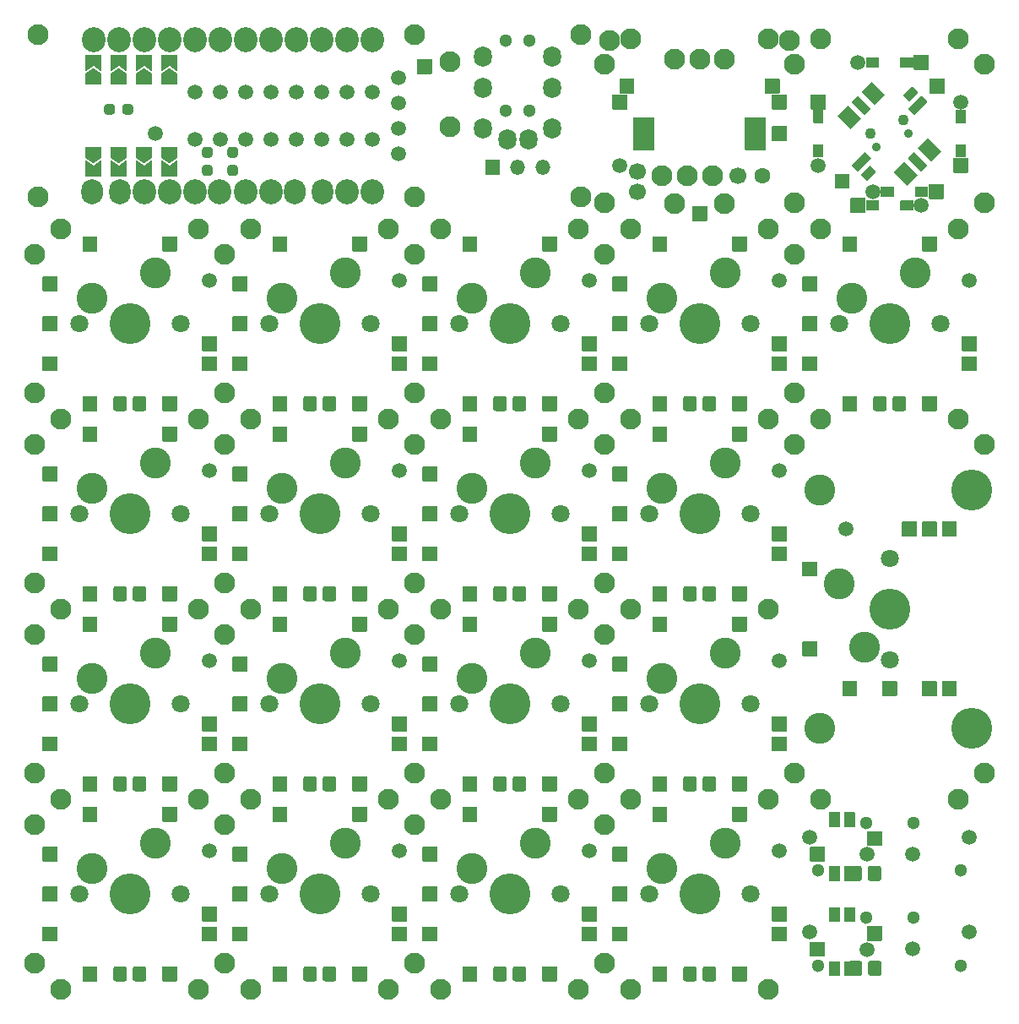
<source format=gts>
%TF.GenerationSoftware,KiCad,Pcbnew,5.1.12-84ad8e8a86~92~ubuntu20.04.1*%
%TF.CreationDate,2021-11-14T16:01:40+01:00*%
%TF.ProjectId,Lergo,4c657267-6f2e-46b6-9963-61645f706362,v1.A*%
%TF.SameCoordinates,Original*%
%TF.FileFunction,Soldermask,Top*%
%TF.FilePolarity,Negative*%
%FSLAX46Y46*%
G04 Gerber Fmt 4.6, Leading zero omitted, Abs format (unit mm)*
G04 Created by KiCad (PCBNEW 5.1.12-84ad8e8a86~92~ubuntu20.04.1) date 2021-11-14 16:01:40*
%MOMM*%
%LPD*%
G01*
G04 APERTURE LIST*
%ADD10C,1.500000*%
%ADD11C,3.100000*%
%ADD12C,1.800000*%
%ADD13C,4.100000*%
%ADD14C,2.100000*%
%ADD15O,2.350000X2.500000*%
%ADD16C,1.950000*%
%ADD17O,2.150000X2.500000*%
%ADD18O,1.500000X1.500000*%
%ADD19C,0.900000*%
%ADD20C,1.100000*%
%ADD21C,1.700000*%
%ADD22C,1.600000*%
%ADD23O,1.800000X2.100000*%
%ADD24C,1.300000*%
%ADD25C,0.150000*%
G04 APERTURE END LIST*
G36*
G01*
X124543750Y-121600000D02*
X124543750Y-123000000D01*
G75*
G02*
X124493750Y-123050000I-50000J0D01*
G01*
X123093750Y-123050000D01*
G75*
G02*
X123043750Y-123000000I0J50000D01*
G01*
X123043750Y-121600000D01*
G75*
G02*
X123093750Y-121550000I50000J0D01*
G01*
X124493750Y-121550000D01*
G75*
G02*
X124543750Y-121600000I0J-50000D01*
G01*
G37*
D10*
X123443750Y-106300000D03*
G36*
G01*
X130543750Y-105600000D02*
X130543750Y-107000000D01*
G75*
G02*
X130493750Y-107050000I-50000J0D01*
G01*
X129093750Y-107050000D01*
G75*
G02*
X129043750Y-107000000I0J50000D01*
G01*
X129043750Y-105600000D01*
G75*
G02*
X129093750Y-105550000I50000J0D01*
G01*
X130493750Y-105550000D01*
G75*
G02*
X130543750Y-105600000I0J-50000D01*
G01*
G37*
D11*
X125253750Y-118110000D03*
D12*
X127793750Y-119380000D03*
X127793750Y-109220000D03*
D13*
X127793750Y-114300000D03*
D11*
X122713750Y-111760000D03*
G36*
G01*
X134543750Y-121600000D02*
X134543750Y-123000000D01*
G75*
G02*
X134493750Y-123050000I-50000J0D01*
G01*
X133093750Y-123050000D01*
G75*
G02*
X133043750Y-123000000I0J50000D01*
G01*
X133043750Y-121600000D01*
G75*
G02*
X133093750Y-121550000I50000J0D01*
G01*
X134493750Y-121550000D01*
G75*
G02*
X134543750Y-121600000I0J-50000D01*
G01*
G37*
G36*
G01*
X134543750Y-105600000D02*
X134543750Y-107000000D01*
G75*
G02*
X134493750Y-107050000I-50000J0D01*
G01*
X133093750Y-107050000D01*
G75*
G02*
X133043750Y-107000000I0J50000D01*
G01*
X133043750Y-105600000D01*
G75*
G02*
X133093750Y-105550000I50000J0D01*
G01*
X134493750Y-105550000D01*
G75*
G02*
X134543750Y-105600000I0J-50000D01*
G01*
G37*
G36*
G01*
X120543750Y-117600000D02*
X120543750Y-119000000D01*
G75*
G02*
X120493750Y-119050000I-50000J0D01*
G01*
X119093750Y-119050000D01*
G75*
G02*
X119043750Y-119000000I0J50000D01*
G01*
X119043750Y-117600000D01*
G75*
G02*
X119093750Y-117550000I50000J0D01*
G01*
X120493750Y-117550000D01*
G75*
G02*
X120543750Y-117600000I0J-50000D01*
G01*
G37*
G36*
G01*
X120543750Y-109600000D02*
X120543750Y-111000000D01*
G75*
G02*
X120493750Y-111050000I-50000J0D01*
G01*
X119093750Y-111050000D01*
G75*
G02*
X119043750Y-111000000I0J50000D01*
G01*
X119043750Y-109600000D01*
G75*
G02*
X119093750Y-109550000I50000J0D01*
G01*
X120493750Y-109550000D01*
G75*
G02*
X120543750Y-109600000I0J-50000D01*
G01*
G37*
G36*
G01*
X128543750Y-121600000D02*
X128543750Y-123000000D01*
G75*
G02*
X128493750Y-123050000I-50000J0D01*
G01*
X127093750Y-123050000D01*
G75*
G02*
X127043750Y-123000000I0J50000D01*
G01*
X127043750Y-121600000D01*
G75*
G02*
X127093750Y-121550000I50000J0D01*
G01*
X128493750Y-121550000D01*
G75*
G02*
X128543750Y-121600000I0J-50000D01*
G01*
G37*
G36*
G01*
X132543750Y-121600000D02*
X132543750Y-123000000D01*
G75*
G02*
X132493750Y-123050000I-50000J0D01*
G01*
X131093750Y-123050000D01*
G75*
G02*
X131043750Y-123000000I0J50000D01*
G01*
X131043750Y-121600000D01*
G75*
G02*
X131093750Y-121550000I50000J0D01*
G01*
X132493750Y-121550000D01*
G75*
G02*
X132543750Y-121600000I0J-50000D01*
G01*
G37*
G36*
G01*
X132543750Y-105600000D02*
X132543750Y-107000000D01*
G75*
G02*
X132493750Y-107050000I-50000J0D01*
G01*
X131093750Y-107050000D01*
G75*
G02*
X131043750Y-107000000I0J50000D01*
G01*
X131043750Y-105600000D01*
G75*
G02*
X131093750Y-105550000I50000J0D01*
G01*
X132493750Y-105550000D01*
G75*
G02*
X132543750Y-105600000I0J-50000D01*
G01*
G37*
D14*
X120870000Y-133350000D03*
X134717500Y-133350000D03*
X137318750Y-130748750D03*
X137318750Y-97851250D03*
X118268750Y-97851250D03*
X118268750Y-130748750D03*
X118268750Y-78801250D03*
X118268750Y-92648750D03*
X134717500Y-95250000D03*
X120870000Y-95250000D03*
G36*
G01*
X120493750Y-82475000D02*
X119093750Y-82475000D01*
G75*
G02*
X119043750Y-82425000I0J50000D01*
G01*
X119043750Y-81025000D01*
G75*
G02*
X119093750Y-80975000I50000J0D01*
G01*
X120493750Y-80975000D01*
G75*
G02*
X120543750Y-81025000I0J-50000D01*
G01*
X120543750Y-82425000D01*
G75*
G02*
X120493750Y-82475000I-50000J0D01*
G01*
G37*
G36*
G01*
X129468750Y-93248200D02*
X129468750Y-94201800D01*
G75*
G02*
X129170550Y-94500000I-298200J0D01*
G01*
X128366950Y-94500000D01*
G75*
G02*
X128068750Y-94201800I0J298200D01*
G01*
X128068750Y-93248200D01*
G75*
G02*
X128366950Y-92950000I298200J0D01*
G01*
X129170550Y-92950000D01*
G75*
G02*
X129468750Y-93248200I0J-298200D01*
G01*
G37*
G36*
G01*
X127518750Y-93248200D02*
X127518750Y-94201800D01*
G75*
G02*
X127220550Y-94500000I-298200J0D01*
G01*
X126416950Y-94500000D01*
G75*
G02*
X126118750Y-94201800I0J298200D01*
G01*
X126118750Y-93248200D01*
G75*
G02*
X126416950Y-92950000I298200J0D01*
G01*
X127220550Y-92950000D01*
G75*
G02*
X127518750Y-93248200I0J-298200D01*
G01*
G37*
D10*
X135793750Y-81375000D03*
G36*
G01*
X136493750Y-88475000D02*
X135093750Y-88475000D01*
G75*
G02*
X135043750Y-88425000I0J50000D01*
G01*
X135043750Y-87025000D01*
G75*
G02*
X135093750Y-86975000I50000J0D01*
G01*
X136493750Y-86975000D01*
G75*
G02*
X136543750Y-87025000I0J-50000D01*
G01*
X136543750Y-88425000D01*
G75*
G02*
X136493750Y-88475000I-50000J0D01*
G01*
G37*
D11*
X123983750Y-83185000D03*
D12*
X122713750Y-85725000D03*
X132873750Y-85725000D03*
D13*
X127793750Y-85725000D03*
D11*
X130333750Y-80645000D03*
G36*
G01*
X124493750Y-94475000D02*
X123093750Y-94475000D01*
G75*
G02*
X123043750Y-94425000I0J50000D01*
G01*
X123043750Y-93025000D01*
G75*
G02*
X123093750Y-92975000I50000J0D01*
G01*
X124493750Y-92975000D01*
G75*
G02*
X124543750Y-93025000I0J-50000D01*
G01*
X124543750Y-94425000D01*
G75*
G02*
X124493750Y-94475000I-50000J0D01*
G01*
G37*
G36*
G01*
X132493750Y-94475000D02*
X131093750Y-94475000D01*
G75*
G02*
X131043750Y-94425000I0J50000D01*
G01*
X131043750Y-93025000D01*
G75*
G02*
X131093750Y-92975000I50000J0D01*
G01*
X132493750Y-92975000D01*
G75*
G02*
X132543750Y-93025000I0J-50000D01*
G01*
X132543750Y-94425000D01*
G75*
G02*
X132493750Y-94475000I-50000J0D01*
G01*
G37*
G36*
G01*
X124493750Y-78475000D02*
X123093750Y-78475000D01*
G75*
G02*
X123043750Y-78425000I0J50000D01*
G01*
X123043750Y-77025000D01*
G75*
G02*
X123093750Y-76975000I50000J0D01*
G01*
X124493750Y-76975000D01*
G75*
G02*
X124543750Y-77025000I0J-50000D01*
G01*
X124543750Y-78425000D01*
G75*
G02*
X124493750Y-78475000I-50000J0D01*
G01*
G37*
G36*
G01*
X132493750Y-78475000D02*
X131093750Y-78475000D01*
G75*
G02*
X131043750Y-78425000I0J50000D01*
G01*
X131043750Y-77025000D01*
G75*
G02*
X131093750Y-76975000I50000J0D01*
G01*
X132493750Y-76975000D01*
G75*
G02*
X132543750Y-77025000I0J-50000D01*
G01*
X132543750Y-78425000D01*
G75*
G02*
X132493750Y-78475000I-50000J0D01*
G01*
G37*
G36*
G01*
X120493750Y-86475000D02*
X119093750Y-86475000D01*
G75*
G02*
X119043750Y-86425000I0J50000D01*
G01*
X119043750Y-85025000D01*
G75*
G02*
X119093750Y-84975000I50000J0D01*
G01*
X120493750Y-84975000D01*
G75*
G02*
X120543750Y-85025000I0J-50000D01*
G01*
X120543750Y-86425000D01*
G75*
G02*
X120493750Y-86475000I-50000J0D01*
G01*
G37*
G36*
G01*
X120493750Y-90475000D02*
X119093750Y-90475000D01*
G75*
G02*
X119043750Y-90425000I0J50000D01*
G01*
X119043750Y-89025000D01*
G75*
G02*
X119093750Y-88975000I50000J0D01*
G01*
X120493750Y-88975000D01*
G75*
G02*
X120543750Y-89025000I0J-50000D01*
G01*
X120543750Y-90425000D01*
G75*
G02*
X120493750Y-90475000I-50000J0D01*
G01*
G37*
G36*
G01*
X136493750Y-90475000D02*
X135093750Y-90475000D01*
G75*
G02*
X135043750Y-90425000I0J50000D01*
G01*
X135043750Y-89025000D01*
G75*
G02*
X135093750Y-88975000I50000J0D01*
G01*
X136493750Y-88975000D01*
G75*
G02*
X136543750Y-89025000I0J-50000D01*
G01*
X136543750Y-90425000D01*
G75*
G02*
X136493750Y-90475000I-50000J0D01*
G01*
G37*
D14*
X61118750Y-97851250D03*
X61118750Y-111698750D03*
X77567500Y-114300000D03*
X63720000Y-114300000D03*
G36*
G01*
X63343750Y-101525000D02*
X61943750Y-101525000D01*
G75*
G02*
X61893750Y-101475000I0J50000D01*
G01*
X61893750Y-100075000D01*
G75*
G02*
X61943750Y-100025000I50000J0D01*
G01*
X63343750Y-100025000D01*
G75*
G02*
X63393750Y-100075000I0J-50000D01*
G01*
X63393750Y-101475000D01*
G75*
G02*
X63343750Y-101525000I-50000J0D01*
G01*
G37*
G36*
G01*
X72318750Y-112298200D02*
X72318750Y-113251800D01*
G75*
G02*
X72020550Y-113550000I-298200J0D01*
G01*
X71216950Y-113550000D01*
G75*
G02*
X70918750Y-113251800I0J298200D01*
G01*
X70918750Y-112298200D01*
G75*
G02*
X71216950Y-112000000I298200J0D01*
G01*
X72020550Y-112000000D01*
G75*
G02*
X72318750Y-112298200I0J-298200D01*
G01*
G37*
G36*
G01*
X70368750Y-112298200D02*
X70368750Y-113251800D01*
G75*
G02*
X70070550Y-113550000I-298200J0D01*
G01*
X69266950Y-113550000D01*
G75*
G02*
X68968750Y-113251800I0J298200D01*
G01*
X68968750Y-112298200D01*
G75*
G02*
X69266950Y-112000000I298200J0D01*
G01*
X70070550Y-112000000D01*
G75*
G02*
X70368750Y-112298200I0J-298200D01*
G01*
G37*
D10*
X78643750Y-100425000D03*
G36*
G01*
X79343750Y-107525000D02*
X77943750Y-107525000D01*
G75*
G02*
X77893750Y-107475000I0J50000D01*
G01*
X77893750Y-106075000D01*
G75*
G02*
X77943750Y-106025000I50000J0D01*
G01*
X79343750Y-106025000D01*
G75*
G02*
X79393750Y-106075000I0J-50000D01*
G01*
X79393750Y-107475000D01*
G75*
G02*
X79343750Y-107525000I-50000J0D01*
G01*
G37*
D11*
X66833750Y-102235000D03*
D12*
X65563750Y-104775000D03*
X75723750Y-104775000D03*
D13*
X70643750Y-104775000D03*
D11*
X73183750Y-99695000D03*
G36*
G01*
X67343750Y-113525000D02*
X65943750Y-113525000D01*
G75*
G02*
X65893750Y-113475000I0J50000D01*
G01*
X65893750Y-112075000D01*
G75*
G02*
X65943750Y-112025000I50000J0D01*
G01*
X67343750Y-112025000D01*
G75*
G02*
X67393750Y-112075000I0J-50000D01*
G01*
X67393750Y-113475000D01*
G75*
G02*
X67343750Y-113525000I-50000J0D01*
G01*
G37*
G36*
G01*
X75343750Y-113525000D02*
X73943750Y-113525000D01*
G75*
G02*
X73893750Y-113475000I0J50000D01*
G01*
X73893750Y-112075000D01*
G75*
G02*
X73943750Y-112025000I50000J0D01*
G01*
X75343750Y-112025000D01*
G75*
G02*
X75393750Y-112075000I0J-50000D01*
G01*
X75393750Y-113475000D01*
G75*
G02*
X75343750Y-113525000I-50000J0D01*
G01*
G37*
G36*
G01*
X67343750Y-97525000D02*
X65943750Y-97525000D01*
G75*
G02*
X65893750Y-97475000I0J50000D01*
G01*
X65893750Y-96075000D01*
G75*
G02*
X65943750Y-96025000I50000J0D01*
G01*
X67343750Y-96025000D01*
G75*
G02*
X67393750Y-96075000I0J-50000D01*
G01*
X67393750Y-97475000D01*
G75*
G02*
X67343750Y-97525000I-50000J0D01*
G01*
G37*
G36*
G01*
X75343750Y-97525000D02*
X73943750Y-97525000D01*
G75*
G02*
X73893750Y-97475000I0J50000D01*
G01*
X73893750Y-96075000D01*
G75*
G02*
X73943750Y-96025000I50000J0D01*
G01*
X75343750Y-96025000D01*
G75*
G02*
X75393750Y-96075000I0J-50000D01*
G01*
X75393750Y-97475000D01*
G75*
G02*
X75343750Y-97525000I-50000J0D01*
G01*
G37*
G36*
G01*
X63343750Y-105525000D02*
X61943750Y-105525000D01*
G75*
G02*
X61893750Y-105475000I0J50000D01*
G01*
X61893750Y-104075000D01*
G75*
G02*
X61943750Y-104025000I50000J0D01*
G01*
X63343750Y-104025000D01*
G75*
G02*
X63393750Y-104075000I0J-50000D01*
G01*
X63393750Y-105475000D01*
G75*
G02*
X63343750Y-105525000I-50000J0D01*
G01*
G37*
G36*
G01*
X63343750Y-109525000D02*
X61943750Y-109525000D01*
G75*
G02*
X61893750Y-109475000I0J50000D01*
G01*
X61893750Y-108075000D01*
G75*
G02*
X61943750Y-108025000I50000J0D01*
G01*
X63343750Y-108025000D01*
G75*
G02*
X63393750Y-108075000I0J-50000D01*
G01*
X63393750Y-109475000D01*
G75*
G02*
X63343750Y-109525000I-50000J0D01*
G01*
G37*
G36*
G01*
X79343750Y-109525000D02*
X77943750Y-109525000D01*
G75*
G02*
X77893750Y-109475000I0J50000D01*
G01*
X77893750Y-108075000D01*
G75*
G02*
X77943750Y-108025000I50000J0D01*
G01*
X79343750Y-108025000D01*
G75*
G02*
X79393750Y-108075000I0J-50000D01*
G01*
X79393750Y-109475000D01*
G75*
G02*
X79343750Y-109525000I-50000J0D01*
G01*
G37*
D14*
X61118750Y-78801250D03*
X61118750Y-92648750D03*
X77567500Y-95250000D03*
X63720000Y-95250000D03*
G36*
G01*
X63343750Y-82475000D02*
X61943750Y-82475000D01*
G75*
G02*
X61893750Y-82425000I0J50000D01*
G01*
X61893750Y-81025000D01*
G75*
G02*
X61943750Y-80975000I50000J0D01*
G01*
X63343750Y-80975000D01*
G75*
G02*
X63393750Y-81025000I0J-50000D01*
G01*
X63393750Y-82425000D01*
G75*
G02*
X63343750Y-82475000I-50000J0D01*
G01*
G37*
G36*
G01*
X72318750Y-93248200D02*
X72318750Y-94201800D01*
G75*
G02*
X72020550Y-94500000I-298200J0D01*
G01*
X71216950Y-94500000D01*
G75*
G02*
X70918750Y-94201800I0J298200D01*
G01*
X70918750Y-93248200D01*
G75*
G02*
X71216950Y-92950000I298200J0D01*
G01*
X72020550Y-92950000D01*
G75*
G02*
X72318750Y-93248200I0J-298200D01*
G01*
G37*
G36*
G01*
X70368750Y-93248200D02*
X70368750Y-94201800D01*
G75*
G02*
X70070550Y-94500000I-298200J0D01*
G01*
X69266950Y-94500000D01*
G75*
G02*
X68968750Y-94201800I0J298200D01*
G01*
X68968750Y-93248200D01*
G75*
G02*
X69266950Y-92950000I298200J0D01*
G01*
X70070550Y-92950000D01*
G75*
G02*
X70368750Y-93248200I0J-298200D01*
G01*
G37*
D10*
X78643750Y-81375000D03*
G36*
G01*
X79343750Y-88475000D02*
X77943750Y-88475000D01*
G75*
G02*
X77893750Y-88425000I0J50000D01*
G01*
X77893750Y-87025000D01*
G75*
G02*
X77943750Y-86975000I50000J0D01*
G01*
X79343750Y-86975000D01*
G75*
G02*
X79393750Y-87025000I0J-50000D01*
G01*
X79393750Y-88425000D01*
G75*
G02*
X79343750Y-88475000I-50000J0D01*
G01*
G37*
D11*
X66833750Y-83185000D03*
D12*
X65563750Y-85725000D03*
X75723750Y-85725000D03*
D13*
X70643750Y-85725000D03*
D11*
X73183750Y-80645000D03*
G36*
G01*
X67343750Y-94475000D02*
X65943750Y-94475000D01*
G75*
G02*
X65893750Y-94425000I0J50000D01*
G01*
X65893750Y-93025000D01*
G75*
G02*
X65943750Y-92975000I50000J0D01*
G01*
X67343750Y-92975000D01*
G75*
G02*
X67393750Y-93025000I0J-50000D01*
G01*
X67393750Y-94425000D01*
G75*
G02*
X67343750Y-94475000I-50000J0D01*
G01*
G37*
G36*
G01*
X75343750Y-94475000D02*
X73943750Y-94475000D01*
G75*
G02*
X73893750Y-94425000I0J50000D01*
G01*
X73893750Y-93025000D01*
G75*
G02*
X73943750Y-92975000I50000J0D01*
G01*
X75343750Y-92975000D01*
G75*
G02*
X75393750Y-93025000I0J-50000D01*
G01*
X75393750Y-94425000D01*
G75*
G02*
X75343750Y-94475000I-50000J0D01*
G01*
G37*
G36*
G01*
X67343750Y-78475000D02*
X65943750Y-78475000D01*
G75*
G02*
X65893750Y-78425000I0J50000D01*
G01*
X65893750Y-77025000D01*
G75*
G02*
X65943750Y-76975000I50000J0D01*
G01*
X67343750Y-76975000D01*
G75*
G02*
X67393750Y-77025000I0J-50000D01*
G01*
X67393750Y-78425000D01*
G75*
G02*
X67343750Y-78475000I-50000J0D01*
G01*
G37*
G36*
G01*
X75343750Y-78475000D02*
X73943750Y-78475000D01*
G75*
G02*
X73893750Y-78425000I0J50000D01*
G01*
X73893750Y-77025000D01*
G75*
G02*
X73943750Y-76975000I50000J0D01*
G01*
X75343750Y-76975000D01*
G75*
G02*
X75393750Y-77025000I0J-50000D01*
G01*
X75393750Y-78425000D01*
G75*
G02*
X75343750Y-78475000I-50000J0D01*
G01*
G37*
G36*
G01*
X63343750Y-86475000D02*
X61943750Y-86475000D01*
G75*
G02*
X61893750Y-86425000I0J50000D01*
G01*
X61893750Y-85025000D01*
G75*
G02*
X61943750Y-84975000I50000J0D01*
G01*
X63343750Y-84975000D01*
G75*
G02*
X63393750Y-85025000I0J-50000D01*
G01*
X63393750Y-86425000D01*
G75*
G02*
X63343750Y-86475000I-50000J0D01*
G01*
G37*
G36*
G01*
X63343750Y-90475000D02*
X61943750Y-90475000D01*
G75*
G02*
X61893750Y-90425000I0J50000D01*
G01*
X61893750Y-89025000D01*
G75*
G02*
X61943750Y-88975000I50000J0D01*
G01*
X63343750Y-88975000D01*
G75*
G02*
X63393750Y-89025000I0J-50000D01*
G01*
X63393750Y-90425000D01*
G75*
G02*
X63343750Y-90475000I-50000J0D01*
G01*
G37*
G36*
G01*
X79343750Y-90475000D02*
X77943750Y-90475000D01*
G75*
G02*
X77893750Y-90425000I0J50000D01*
G01*
X77893750Y-89025000D01*
G75*
G02*
X77943750Y-88975000I50000J0D01*
G01*
X79343750Y-88975000D01*
G75*
G02*
X79393750Y-89025000I0J-50000D01*
G01*
X79393750Y-90425000D01*
G75*
G02*
X79343750Y-90475000I-50000J0D01*
G01*
G37*
D14*
X61118750Y-116901250D03*
X61118750Y-130748750D03*
X77567500Y-133350000D03*
X63720000Y-133350000D03*
G36*
G01*
X63343750Y-120575000D02*
X61943750Y-120575000D01*
G75*
G02*
X61893750Y-120525000I0J50000D01*
G01*
X61893750Y-119125000D01*
G75*
G02*
X61943750Y-119075000I50000J0D01*
G01*
X63343750Y-119075000D01*
G75*
G02*
X63393750Y-119125000I0J-50000D01*
G01*
X63393750Y-120525000D01*
G75*
G02*
X63343750Y-120575000I-50000J0D01*
G01*
G37*
G36*
G01*
X72318750Y-131348200D02*
X72318750Y-132301800D01*
G75*
G02*
X72020550Y-132600000I-298200J0D01*
G01*
X71216950Y-132600000D01*
G75*
G02*
X70918750Y-132301800I0J298200D01*
G01*
X70918750Y-131348200D01*
G75*
G02*
X71216950Y-131050000I298200J0D01*
G01*
X72020550Y-131050000D01*
G75*
G02*
X72318750Y-131348200I0J-298200D01*
G01*
G37*
G36*
G01*
X70368750Y-131348200D02*
X70368750Y-132301800D01*
G75*
G02*
X70070550Y-132600000I-298200J0D01*
G01*
X69266950Y-132600000D01*
G75*
G02*
X68968750Y-132301800I0J298200D01*
G01*
X68968750Y-131348200D01*
G75*
G02*
X69266950Y-131050000I298200J0D01*
G01*
X70070550Y-131050000D01*
G75*
G02*
X70368750Y-131348200I0J-298200D01*
G01*
G37*
D10*
X78643750Y-119475000D03*
G36*
G01*
X79343750Y-126575000D02*
X77943750Y-126575000D01*
G75*
G02*
X77893750Y-126525000I0J50000D01*
G01*
X77893750Y-125125000D01*
G75*
G02*
X77943750Y-125075000I50000J0D01*
G01*
X79343750Y-125075000D01*
G75*
G02*
X79393750Y-125125000I0J-50000D01*
G01*
X79393750Y-126525000D01*
G75*
G02*
X79343750Y-126575000I-50000J0D01*
G01*
G37*
D11*
X66833750Y-121285000D03*
D12*
X65563750Y-123825000D03*
X75723750Y-123825000D03*
D13*
X70643750Y-123825000D03*
D11*
X73183750Y-118745000D03*
G36*
G01*
X67343750Y-132575000D02*
X65943750Y-132575000D01*
G75*
G02*
X65893750Y-132525000I0J50000D01*
G01*
X65893750Y-131125000D01*
G75*
G02*
X65943750Y-131075000I50000J0D01*
G01*
X67343750Y-131075000D01*
G75*
G02*
X67393750Y-131125000I0J-50000D01*
G01*
X67393750Y-132525000D01*
G75*
G02*
X67343750Y-132575000I-50000J0D01*
G01*
G37*
G36*
G01*
X75343750Y-132575000D02*
X73943750Y-132575000D01*
G75*
G02*
X73893750Y-132525000I0J50000D01*
G01*
X73893750Y-131125000D01*
G75*
G02*
X73943750Y-131075000I50000J0D01*
G01*
X75343750Y-131075000D01*
G75*
G02*
X75393750Y-131125000I0J-50000D01*
G01*
X75393750Y-132525000D01*
G75*
G02*
X75343750Y-132575000I-50000J0D01*
G01*
G37*
G36*
G01*
X67343750Y-116575000D02*
X65943750Y-116575000D01*
G75*
G02*
X65893750Y-116525000I0J50000D01*
G01*
X65893750Y-115125000D01*
G75*
G02*
X65943750Y-115075000I50000J0D01*
G01*
X67343750Y-115075000D01*
G75*
G02*
X67393750Y-115125000I0J-50000D01*
G01*
X67393750Y-116525000D01*
G75*
G02*
X67343750Y-116575000I-50000J0D01*
G01*
G37*
G36*
G01*
X75343750Y-116575000D02*
X73943750Y-116575000D01*
G75*
G02*
X73893750Y-116525000I0J50000D01*
G01*
X73893750Y-115125000D01*
G75*
G02*
X73943750Y-115075000I50000J0D01*
G01*
X75343750Y-115075000D01*
G75*
G02*
X75393750Y-115125000I0J-50000D01*
G01*
X75393750Y-116525000D01*
G75*
G02*
X75343750Y-116575000I-50000J0D01*
G01*
G37*
G36*
G01*
X63343750Y-124575000D02*
X61943750Y-124575000D01*
G75*
G02*
X61893750Y-124525000I0J50000D01*
G01*
X61893750Y-123125000D01*
G75*
G02*
X61943750Y-123075000I50000J0D01*
G01*
X63343750Y-123075000D01*
G75*
G02*
X63393750Y-123125000I0J-50000D01*
G01*
X63393750Y-124525000D01*
G75*
G02*
X63343750Y-124575000I-50000J0D01*
G01*
G37*
G36*
G01*
X63343750Y-128575000D02*
X61943750Y-128575000D01*
G75*
G02*
X61893750Y-128525000I0J50000D01*
G01*
X61893750Y-127125000D01*
G75*
G02*
X61943750Y-127075000I50000J0D01*
G01*
X63343750Y-127075000D01*
G75*
G02*
X63393750Y-127125000I0J-50000D01*
G01*
X63393750Y-128525000D01*
G75*
G02*
X63343750Y-128575000I-50000J0D01*
G01*
G37*
G36*
G01*
X79343750Y-128575000D02*
X77943750Y-128575000D01*
G75*
G02*
X77893750Y-128525000I0J50000D01*
G01*
X77893750Y-127125000D01*
G75*
G02*
X77943750Y-127075000I50000J0D01*
G01*
X79343750Y-127075000D01*
G75*
G02*
X79393750Y-127125000I0J-50000D01*
G01*
X79393750Y-128525000D01*
G75*
G02*
X79343750Y-128575000I-50000J0D01*
G01*
G37*
D14*
X61118750Y-135951250D03*
X61118750Y-149798750D03*
X77567500Y-152400000D03*
X63720000Y-152400000D03*
G36*
G01*
X63343750Y-139625000D02*
X61943750Y-139625000D01*
G75*
G02*
X61893750Y-139575000I0J50000D01*
G01*
X61893750Y-138175000D01*
G75*
G02*
X61943750Y-138125000I50000J0D01*
G01*
X63343750Y-138125000D01*
G75*
G02*
X63393750Y-138175000I0J-50000D01*
G01*
X63393750Y-139575000D01*
G75*
G02*
X63343750Y-139625000I-50000J0D01*
G01*
G37*
G36*
G01*
X72318750Y-150398200D02*
X72318750Y-151351800D01*
G75*
G02*
X72020550Y-151650000I-298200J0D01*
G01*
X71216950Y-151650000D01*
G75*
G02*
X70918750Y-151351800I0J298200D01*
G01*
X70918750Y-150398200D01*
G75*
G02*
X71216950Y-150100000I298200J0D01*
G01*
X72020550Y-150100000D01*
G75*
G02*
X72318750Y-150398200I0J-298200D01*
G01*
G37*
G36*
G01*
X70368750Y-150398200D02*
X70368750Y-151351800D01*
G75*
G02*
X70070550Y-151650000I-298200J0D01*
G01*
X69266950Y-151650000D01*
G75*
G02*
X68968750Y-151351800I0J298200D01*
G01*
X68968750Y-150398200D01*
G75*
G02*
X69266950Y-150100000I298200J0D01*
G01*
X70070550Y-150100000D01*
G75*
G02*
X70368750Y-150398200I0J-298200D01*
G01*
G37*
D10*
X78643750Y-138525000D03*
G36*
G01*
X79343750Y-145625000D02*
X77943750Y-145625000D01*
G75*
G02*
X77893750Y-145575000I0J50000D01*
G01*
X77893750Y-144175000D01*
G75*
G02*
X77943750Y-144125000I50000J0D01*
G01*
X79343750Y-144125000D01*
G75*
G02*
X79393750Y-144175000I0J-50000D01*
G01*
X79393750Y-145575000D01*
G75*
G02*
X79343750Y-145625000I-50000J0D01*
G01*
G37*
D11*
X66833750Y-140335000D03*
D12*
X65563750Y-142875000D03*
X75723750Y-142875000D03*
D13*
X70643750Y-142875000D03*
D11*
X73183750Y-137795000D03*
G36*
G01*
X67343750Y-151625000D02*
X65943750Y-151625000D01*
G75*
G02*
X65893750Y-151575000I0J50000D01*
G01*
X65893750Y-150175000D01*
G75*
G02*
X65943750Y-150125000I50000J0D01*
G01*
X67343750Y-150125000D01*
G75*
G02*
X67393750Y-150175000I0J-50000D01*
G01*
X67393750Y-151575000D01*
G75*
G02*
X67343750Y-151625000I-50000J0D01*
G01*
G37*
G36*
G01*
X75343750Y-151625000D02*
X73943750Y-151625000D01*
G75*
G02*
X73893750Y-151575000I0J50000D01*
G01*
X73893750Y-150175000D01*
G75*
G02*
X73943750Y-150125000I50000J0D01*
G01*
X75343750Y-150125000D01*
G75*
G02*
X75393750Y-150175000I0J-50000D01*
G01*
X75393750Y-151575000D01*
G75*
G02*
X75343750Y-151625000I-50000J0D01*
G01*
G37*
G36*
G01*
X67343750Y-135625000D02*
X65943750Y-135625000D01*
G75*
G02*
X65893750Y-135575000I0J50000D01*
G01*
X65893750Y-134175000D01*
G75*
G02*
X65943750Y-134125000I50000J0D01*
G01*
X67343750Y-134125000D01*
G75*
G02*
X67393750Y-134175000I0J-50000D01*
G01*
X67393750Y-135575000D01*
G75*
G02*
X67343750Y-135625000I-50000J0D01*
G01*
G37*
G36*
G01*
X75343750Y-135625000D02*
X73943750Y-135625000D01*
G75*
G02*
X73893750Y-135575000I0J50000D01*
G01*
X73893750Y-134175000D01*
G75*
G02*
X73943750Y-134125000I50000J0D01*
G01*
X75343750Y-134125000D01*
G75*
G02*
X75393750Y-134175000I0J-50000D01*
G01*
X75393750Y-135575000D01*
G75*
G02*
X75343750Y-135625000I-50000J0D01*
G01*
G37*
G36*
G01*
X63343750Y-143625000D02*
X61943750Y-143625000D01*
G75*
G02*
X61893750Y-143575000I0J50000D01*
G01*
X61893750Y-142175000D01*
G75*
G02*
X61943750Y-142125000I50000J0D01*
G01*
X63343750Y-142125000D01*
G75*
G02*
X63393750Y-142175000I0J-50000D01*
G01*
X63393750Y-143575000D01*
G75*
G02*
X63343750Y-143625000I-50000J0D01*
G01*
G37*
G36*
G01*
X63343750Y-147625000D02*
X61943750Y-147625000D01*
G75*
G02*
X61893750Y-147575000I0J50000D01*
G01*
X61893750Y-146175000D01*
G75*
G02*
X61943750Y-146125000I50000J0D01*
G01*
X63343750Y-146125000D01*
G75*
G02*
X63393750Y-146175000I0J-50000D01*
G01*
X63393750Y-147575000D01*
G75*
G02*
X63343750Y-147625000I-50000J0D01*
G01*
G37*
G36*
G01*
X79343750Y-147625000D02*
X77943750Y-147625000D01*
G75*
G02*
X77893750Y-147575000I0J50000D01*
G01*
X77893750Y-146175000D01*
G75*
G02*
X77943750Y-146125000I50000J0D01*
G01*
X79343750Y-146125000D01*
G75*
G02*
X79393750Y-146175000I0J-50000D01*
G01*
X79393750Y-147575000D01*
G75*
G02*
X79343750Y-147625000I-50000J0D01*
G01*
G37*
D14*
X80168750Y-97851250D03*
X80168750Y-111698750D03*
X96617500Y-114300000D03*
X82770000Y-114300000D03*
G36*
G01*
X82393750Y-101525000D02*
X80993750Y-101525000D01*
G75*
G02*
X80943750Y-101475000I0J50000D01*
G01*
X80943750Y-100075000D01*
G75*
G02*
X80993750Y-100025000I50000J0D01*
G01*
X82393750Y-100025000D01*
G75*
G02*
X82443750Y-100075000I0J-50000D01*
G01*
X82443750Y-101475000D01*
G75*
G02*
X82393750Y-101525000I-50000J0D01*
G01*
G37*
G36*
G01*
X91368750Y-112298200D02*
X91368750Y-113251800D01*
G75*
G02*
X91070550Y-113550000I-298200J0D01*
G01*
X90266950Y-113550000D01*
G75*
G02*
X89968750Y-113251800I0J298200D01*
G01*
X89968750Y-112298200D01*
G75*
G02*
X90266950Y-112000000I298200J0D01*
G01*
X91070550Y-112000000D01*
G75*
G02*
X91368750Y-112298200I0J-298200D01*
G01*
G37*
G36*
G01*
X89418750Y-112298200D02*
X89418750Y-113251800D01*
G75*
G02*
X89120550Y-113550000I-298200J0D01*
G01*
X88316950Y-113550000D01*
G75*
G02*
X88018750Y-113251800I0J298200D01*
G01*
X88018750Y-112298200D01*
G75*
G02*
X88316950Y-112000000I298200J0D01*
G01*
X89120550Y-112000000D01*
G75*
G02*
X89418750Y-112298200I0J-298200D01*
G01*
G37*
D10*
X97693750Y-100425000D03*
G36*
G01*
X98393750Y-107525000D02*
X96993750Y-107525000D01*
G75*
G02*
X96943750Y-107475000I0J50000D01*
G01*
X96943750Y-106075000D01*
G75*
G02*
X96993750Y-106025000I50000J0D01*
G01*
X98393750Y-106025000D01*
G75*
G02*
X98443750Y-106075000I0J-50000D01*
G01*
X98443750Y-107475000D01*
G75*
G02*
X98393750Y-107525000I-50000J0D01*
G01*
G37*
D11*
X85883750Y-102235000D03*
D12*
X84613750Y-104775000D03*
X94773750Y-104775000D03*
D13*
X89693750Y-104775000D03*
D11*
X92233750Y-99695000D03*
G36*
G01*
X86393750Y-113525000D02*
X84993750Y-113525000D01*
G75*
G02*
X84943750Y-113475000I0J50000D01*
G01*
X84943750Y-112075000D01*
G75*
G02*
X84993750Y-112025000I50000J0D01*
G01*
X86393750Y-112025000D01*
G75*
G02*
X86443750Y-112075000I0J-50000D01*
G01*
X86443750Y-113475000D01*
G75*
G02*
X86393750Y-113525000I-50000J0D01*
G01*
G37*
G36*
G01*
X94393750Y-113525000D02*
X92993750Y-113525000D01*
G75*
G02*
X92943750Y-113475000I0J50000D01*
G01*
X92943750Y-112075000D01*
G75*
G02*
X92993750Y-112025000I50000J0D01*
G01*
X94393750Y-112025000D01*
G75*
G02*
X94443750Y-112075000I0J-50000D01*
G01*
X94443750Y-113475000D01*
G75*
G02*
X94393750Y-113525000I-50000J0D01*
G01*
G37*
G36*
G01*
X86393750Y-97525000D02*
X84993750Y-97525000D01*
G75*
G02*
X84943750Y-97475000I0J50000D01*
G01*
X84943750Y-96075000D01*
G75*
G02*
X84993750Y-96025000I50000J0D01*
G01*
X86393750Y-96025000D01*
G75*
G02*
X86443750Y-96075000I0J-50000D01*
G01*
X86443750Y-97475000D01*
G75*
G02*
X86393750Y-97525000I-50000J0D01*
G01*
G37*
G36*
G01*
X94393750Y-97525000D02*
X92993750Y-97525000D01*
G75*
G02*
X92943750Y-97475000I0J50000D01*
G01*
X92943750Y-96075000D01*
G75*
G02*
X92993750Y-96025000I50000J0D01*
G01*
X94393750Y-96025000D01*
G75*
G02*
X94443750Y-96075000I0J-50000D01*
G01*
X94443750Y-97475000D01*
G75*
G02*
X94393750Y-97525000I-50000J0D01*
G01*
G37*
G36*
G01*
X82393750Y-105525000D02*
X80993750Y-105525000D01*
G75*
G02*
X80943750Y-105475000I0J50000D01*
G01*
X80943750Y-104075000D01*
G75*
G02*
X80993750Y-104025000I50000J0D01*
G01*
X82393750Y-104025000D01*
G75*
G02*
X82443750Y-104075000I0J-50000D01*
G01*
X82443750Y-105475000D01*
G75*
G02*
X82393750Y-105525000I-50000J0D01*
G01*
G37*
G36*
G01*
X82393750Y-109525000D02*
X80993750Y-109525000D01*
G75*
G02*
X80943750Y-109475000I0J50000D01*
G01*
X80943750Y-108075000D01*
G75*
G02*
X80993750Y-108025000I50000J0D01*
G01*
X82393750Y-108025000D01*
G75*
G02*
X82443750Y-108075000I0J-50000D01*
G01*
X82443750Y-109475000D01*
G75*
G02*
X82393750Y-109525000I-50000J0D01*
G01*
G37*
G36*
G01*
X98393750Y-109525000D02*
X96993750Y-109525000D01*
G75*
G02*
X96943750Y-109475000I0J50000D01*
G01*
X96943750Y-108075000D01*
G75*
G02*
X96993750Y-108025000I50000J0D01*
G01*
X98393750Y-108025000D01*
G75*
G02*
X98443750Y-108075000I0J-50000D01*
G01*
X98443750Y-109475000D01*
G75*
G02*
X98393750Y-109525000I-50000J0D01*
G01*
G37*
D14*
X80168750Y-116901250D03*
X80168750Y-130748750D03*
X96617500Y-133350000D03*
X82770000Y-133350000D03*
G36*
G01*
X82393750Y-120575000D02*
X80993750Y-120575000D01*
G75*
G02*
X80943750Y-120525000I0J50000D01*
G01*
X80943750Y-119125000D01*
G75*
G02*
X80993750Y-119075000I50000J0D01*
G01*
X82393750Y-119075000D01*
G75*
G02*
X82443750Y-119125000I0J-50000D01*
G01*
X82443750Y-120525000D01*
G75*
G02*
X82393750Y-120575000I-50000J0D01*
G01*
G37*
G36*
G01*
X91368750Y-131348200D02*
X91368750Y-132301800D01*
G75*
G02*
X91070550Y-132600000I-298200J0D01*
G01*
X90266950Y-132600000D01*
G75*
G02*
X89968750Y-132301800I0J298200D01*
G01*
X89968750Y-131348200D01*
G75*
G02*
X90266950Y-131050000I298200J0D01*
G01*
X91070550Y-131050000D01*
G75*
G02*
X91368750Y-131348200I0J-298200D01*
G01*
G37*
G36*
G01*
X89418750Y-131348200D02*
X89418750Y-132301800D01*
G75*
G02*
X89120550Y-132600000I-298200J0D01*
G01*
X88316950Y-132600000D01*
G75*
G02*
X88018750Y-132301800I0J298200D01*
G01*
X88018750Y-131348200D01*
G75*
G02*
X88316950Y-131050000I298200J0D01*
G01*
X89120550Y-131050000D01*
G75*
G02*
X89418750Y-131348200I0J-298200D01*
G01*
G37*
D10*
X97693750Y-119475000D03*
G36*
G01*
X98393750Y-126575000D02*
X96993750Y-126575000D01*
G75*
G02*
X96943750Y-126525000I0J50000D01*
G01*
X96943750Y-125125000D01*
G75*
G02*
X96993750Y-125075000I50000J0D01*
G01*
X98393750Y-125075000D01*
G75*
G02*
X98443750Y-125125000I0J-50000D01*
G01*
X98443750Y-126525000D01*
G75*
G02*
X98393750Y-126575000I-50000J0D01*
G01*
G37*
D11*
X85883750Y-121285000D03*
D12*
X84613750Y-123825000D03*
X94773750Y-123825000D03*
D13*
X89693750Y-123825000D03*
D11*
X92233750Y-118745000D03*
G36*
G01*
X86393750Y-132575000D02*
X84993750Y-132575000D01*
G75*
G02*
X84943750Y-132525000I0J50000D01*
G01*
X84943750Y-131125000D01*
G75*
G02*
X84993750Y-131075000I50000J0D01*
G01*
X86393750Y-131075000D01*
G75*
G02*
X86443750Y-131125000I0J-50000D01*
G01*
X86443750Y-132525000D01*
G75*
G02*
X86393750Y-132575000I-50000J0D01*
G01*
G37*
G36*
G01*
X94393750Y-132575000D02*
X92993750Y-132575000D01*
G75*
G02*
X92943750Y-132525000I0J50000D01*
G01*
X92943750Y-131125000D01*
G75*
G02*
X92993750Y-131075000I50000J0D01*
G01*
X94393750Y-131075000D01*
G75*
G02*
X94443750Y-131125000I0J-50000D01*
G01*
X94443750Y-132525000D01*
G75*
G02*
X94393750Y-132575000I-50000J0D01*
G01*
G37*
G36*
G01*
X86393750Y-116575000D02*
X84993750Y-116575000D01*
G75*
G02*
X84943750Y-116525000I0J50000D01*
G01*
X84943750Y-115125000D01*
G75*
G02*
X84993750Y-115075000I50000J0D01*
G01*
X86393750Y-115075000D01*
G75*
G02*
X86443750Y-115125000I0J-50000D01*
G01*
X86443750Y-116525000D01*
G75*
G02*
X86393750Y-116575000I-50000J0D01*
G01*
G37*
G36*
G01*
X94393750Y-116575000D02*
X92993750Y-116575000D01*
G75*
G02*
X92943750Y-116525000I0J50000D01*
G01*
X92943750Y-115125000D01*
G75*
G02*
X92993750Y-115075000I50000J0D01*
G01*
X94393750Y-115075000D01*
G75*
G02*
X94443750Y-115125000I0J-50000D01*
G01*
X94443750Y-116525000D01*
G75*
G02*
X94393750Y-116575000I-50000J0D01*
G01*
G37*
G36*
G01*
X82393750Y-124575000D02*
X80993750Y-124575000D01*
G75*
G02*
X80943750Y-124525000I0J50000D01*
G01*
X80943750Y-123125000D01*
G75*
G02*
X80993750Y-123075000I50000J0D01*
G01*
X82393750Y-123075000D01*
G75*
G02*
X82443750Y-123125000I0J-50000D01*
G01*
X82443750Y-124525000D01*
G75*
G02*
X82393750Y-124575000I-50000J0D01*
G01*
G37*
G36*
G01*
X82393750Y-128575000D02*
X80993750Y-128575000D01*
G75*
G02*
X80943750Y-128525000I0J50000D01*
G01*
X80943750Y-127125000D01*
G75*
G02*
X80993750Y-127075000I50000J0D01*
G01*
X82393750Y-127075000D01*
G75*
G02*
X82443750Y-127125000I0J-50000D01*
G01*
X82443750Y-128525000D01*
G75*
G02*
X82393750Y-128575000I-50000J0D01*
G01*
G37*
G36*
G01*
X98393750Y-128575000D02*
X96993750Y-128575000D01*
G75*
G02*
X96943750Y-128525000I0J50000D01*
G01*
X96943750Y-127125000D01*
G75*
G02*
X96993750Y-127075000I50000J0D01*
G01*
X98393750Y-127075000D01*
G75*
G02*
X98443750Y-127125000I0J-50000D01*
G01*
X98443750Y-128525000D01*
G75*
G02*
X98393750Y-128575000I-50000J0D01*
G01*
G37*
D14*
X80168750Y-135951250D03*
X80168750Y-149798750D03*
X96617500Y-152400000D03*
X82770000Y-152400000D03*
G36*
G01*
X82393750Y-139625000D02*
X80993750Y-139625000D01*
G75*
G02*
X80943750Y-139575000I0J50000D01*
G01*
X80943750Y-138175000D01*
G75*
G02*
X80993750Y-138125000I50000J0D01*
G01*
X82393750Y-138125000D01*
G75*
G02*
X82443750Y-138175000I0J-50000D01*
G01*
X82443750Y-139575000D01*
G75*
G02*
X82393750Y-139625000I-50000J0D01*
G01*
G37*
G36*
G01*
X91368750Y-150398200D02*
X91368750Y-151351800D01*
G75*
G02*
X91070550Y-151650000I-298200J0D01*
G01*
X90266950Y-151650000D01*
G75*
G02*
X89968750Y-151351800I0J298200D01*
G01*
X89968750Y-150398200D01*
G75*
G02*
X90266950Y-150100000I298200J0D01*
G01*
X91070550Y-150100000D01*
G75*
G02*
X91368750Y-150398200I0J-298200D01*
G01*
G37*
G36*
G01*
X89418750Y-150398200D02*
X89418750Y-151351800D01*
G75*
G02*
X89120550Y-151650000I-298200J0D01*
G01*
X88316950Y-151650000D01*
G75*
G02*
X88018750Y-151351800I0J298200D01*
G01*
X88018750Y-150398200D01*
G75*
G02*
X88316950Y-150100000I298200J0D01*
G01*
X89120550Y-150100000D01*
G75*
G02*
X89418750Y-150398200I0J-298200D01*
G01*
G37*
D10*
X97693750Y-138525000D03*
G36*
G01*
X98393750Y-145625000D02*
X96993750Y-145625000D01*
G75*
G02*
X96943750Y-145575000I0J50000D01*
G01*
X96943750Y-144175000D01*
G75*
G02*
X96993750Y-144125000I50000J0D01*
G01*
X98393750Y-144125000D01*
G75*
G02*
X98443750Y-144175000I0J-50000D01*
G01*
X98443750Y-145575000D01*
G75*
G02*
X98393750Y-145625000I-50000J0D01*
G01*
G37*
D11*
X85883750Y-140335000D03*
D12*
X84613750Y-142875000D03*
X94773750Y-142875000D03*
D13*
X89693750Y-142875000D03*
D11*
X92233750Y-137795000D03*
G36*
G01*
X86393750Y-151625000D02*
X84993750Y-151625000D01*
G75*
G02*
X84943750Y-151575000I0J50000D01*
G01*
X84943750Y-150175000D01*
G75*
G02*
X84993750Y-150125000I50000J0D01*
G01*
X86393750Y-150125000D01*
G75*
G02*
X86443750Y-150175000I0J-50000D01*
G01*
X86443750Y-151575000D01*
G75*
G02*
X86393750Y-151625000I-50000J0D01*
G01*
G37*
G36*
G01*
X94393750Y-151625000D02*
X92993750Y-151625000D01*
G75*
G02*
X92943750Y-151575000I0J50000D01*
G01*
X92943750Y-150175000D01*
G75*
G02*
X92993750Y-150125000I50000J0D01*
G01*
X94393750Y-150125000D01*
G75*
G02*
X94443750Y-150175000I0J-50000D01*
G01*
X94443750Y-151575000D01*
G75*
G02*
X94393750Y-151625000I-50000J0D01*
G01*
G37*
G36*
G01*
X86393750Y-135625000D02*
X84993750Y-135625000D01*
G75*
G02*
X84943750Y-135575000I0J50000D01*
G01*
X84943750Y-134175000D01*
G75*
G02*
X84993750Y-134125000I50000J0D01*
G01*
X86393750Y-134125000D01*
G75*
G02*
X86443750Y-134175000I0J-50000D01*
G01*
X86443750Y-135575000D01*
G75*
G02*
X86393750Y-135625000I-50000J0D01*
G01*
G37*
G36*
G01*
X94393750Y-135625000D02*
X92993750Y-135625000D01*
G75*
G02*
X92943750Y-135575000I0J50000D01*
G01*
X92943750Y-134175000D01*
G75*
G02*
X92993750Y-134125000I50000J0D01*
G01*
X94393750Y-134125000D01*
G75*
G02*
X94443750Y-134175000I0J-50000D01*
G01*
X94443750Y-135575000D01*
G75*
G02*
X94393750Y-135625000I-50000J0D01*
G01*
G37*
G36*
G01*
X82393750Y-143625000D02*
X80993750Y-143625000D01*
G75*
G02*
X80943750Y-143575000I0J50000D01*
G01*
X80943750Y-142175000D01*
G75*
G02*
X80993750Y-142125000I50000J0D01*
G01*
X82393750Y-142125000D01*
G75*
G02*
X82443750Y-142175000I0J-50000D01*
G01*
X82443750Y-143575000D01*
G75*
G02*
X82393750Y-143625000I-50000J0D01*
G01*
G37*
G36*
G01*
X82393750Y-147625000D02*
X80993750Y-147625000D01*
G75*
G02*
X80943750Y-147575000I0J50000D01*
G01*
X80943750Y-146175000D01*
G75*
G02*
X80993750Y-146125000I50000J0D01*
G01*
X82393750Y-146125000D01*
G75*
G02*
X82443750Y-146175000I0J-50000D01*
G01*
X82443750Y-147575000D01*
G75*
G02*
X82393750Y-147625000I-50000J0D01*
G01*
G37*
G36*
G01*
X98393750Y-147625000D02*
X96993750Y-147625000D01*
G75*
G02*
X96943750Y-147575000I0J50000D01*
G01*
X96943750Y-146175000D01*
G75*
G02*
X96993750Y-146125000I50000J0D01*
G01*
X98393750Y-146125000D01*
G75*
G02*
X98443750Y-146175000I0J-50000D01*
G01*
X98443750Y-147575000D01*
G75*
G02*
X98393750Y-147625000I-50000J0D01*
G01*
G37*
D14*
X99218750Y-97851250D03*
X99218750Y-111698750D03*
X115667500Y-114300000D03*
X101820000Y-114300000D03*
G36*
G01*
X101443750Y-101525000D02*
X100043750Y-101525000D01*
G75*
G02*
X99993750Y-101475000I0J50000D01*
G01*
X99993750Y-100075000D01*
G75*
G02*
X100043750Y-100025000I50000J0D01*
G01*
X101443750Y-100025000D01*
G75*
G02*
X101493750Y-100075000I0J-50000D01*
G01*
X101493750Y-101475000D01*
G75*
G02*
X101443750Y-101525000I-50000J0D01*
G01*
G37*
G36*
G01*
X110418750Y-112298200D02*
X110418750Y-113251800D01*
G75*
G02*
X110120550Y-113550000I-298200J0D01*
G01*
X109316950Y-113550000D01*
G75*
G02*
X109018750Y-113251800I0J298200D01*
G01*
X109018750Y-112298200D01*
G75*
G02*
X109316950Y-112000000I298200J0D01*
G01*
X110120550Y-112000000D01*
G75*
G02*
X110418750Y-112298200I0J-298200D01*
G01*
G37*
G36*
G01*
X108468750Y-112298200D02*
X108468750Y-113251800D01*
G75*
G02*
X108170550Y-113550000I-298200J0D01*
G01*
X107366950Y-113550000D01*
G75*
G02*
X107068750Y-113251800I0J298200D01*
G01*
X107068750Y-112298200D01*
G75*
G02*
X107366950Y-112000000I298200J0D01*
G01*
X108170550Y-112000000D01*
G75*
G02*
X108468750Y-112298200I0J-298200D01*
G01*
G37*
D10*
X116743750Y-100425000D03*
G36*
G01*
X117443750Y-107525000D02*
X116043750Y-107525000D01*
G75*
G02*
X115993750Y-107475000I0J50000D01*
G01*
X115993750Y-106075000D01*
G75*
G02*
X116043750Y-106025000I50000J0D01*
G01*
X117443750Y-106025000D01*
G75*
G02*
X117493750Y-106075000I0J-50000D01*
G01*
X117493750Y-107475000D01*
G75*
G02*
X117443750Y-107525000I-50000J0D01*
G01*
G37*
D11*
X104933750Y-102235000D03*
D12*
X103663750Y-104775000D03*
X113823750Y-104775000D03*
D13*
X108743750Y-104775000D03*
D11*
X111283750Y-99695000D03*
G36*
G01*
X105443750Y-113525000D02*
X104043750Y-113525000D01*
G75*
G02*
X103993750Y-113475000I0J50000D01*
G01*
X103993750Y-112075000D01*
G75*
G02*
X104043750Y-112025000I50000J0D01*
G01*
X105443750Y-112025000D01*
G75*
G02*
X105493750Y-112075000I0J-50000D01*
G01*
X105493750Y-113475000D01*
G75*
G02*
X105443750Y-113525000I-50000J0D01*
G01*
G37*
G36*
G01*
X113443750Y-113525000D02*
X112043750Y-113525000D01*
G75*
G02*
X111993750Y-113475000I0J50000D01*
G01*
X111993750Y-112075000D01*
G75*
G02*
X112043750Y-112025000I50000J0D01*
G01*
X113443750Y-112025000D01*
G75*
G02*
X113493750Y-112075000I0J-50000D01*
G01*
X113493750Y-113475000D01*
G75*
G02*
X113443750Y-113525000I-50000J0D01*
G01*
G37*
G36*
G01*
X105443750Y-97525000D02*
X104043750Y-97525000D01*
G75*
G02*
X103993750Y-97475000I0J50000D01*
G01*
X103993750Y-96075000D01*
G75*
G02*
X104043750Y-96025000I50000J0D01*
G01*
X105443750Y-96025000D01*
G75*
G02*
X105493750Y-96075000I0J-50000D01*
G01*
X105493750Y-97475000D01*
G75*
G02*
X105443750Y-97525000I-50000J0D01*
G01*
G37*
G36*
G01*
X113443750Y-97525000D02*
X112043750Y-97525000D01*
G75*
G02*
X111993750Y-97475000I0J50000D01*
G01*
X111993750Y-96075000D01*
G75*
G02*
X112043750Y-96025000I50000J0D01*
G01*
X113443750Y-96025000D01*
G75*
G02*
X113493750Y-96075000I0J-50000D01*
G01*
X113493750Y-97475000D01*
G75*
G02*
X113443750Y-97525000I-50000J0D01*
G01*
G37*
G36*
G01*
X101443750Y-105525000D02*
X100043750Y-105525000D01*
G75*
G02*
X99993750Y-105475000I0J50000D01*
G01*
X99993750Y-104075000D01*
G75*
G02*
X100043750Y-104025000I50000J0D01*
G01*
X101443750Y-104025000D01*
G75*
G02*
X101493750Y-104075000I0J-50000D01*
G01*
X101493750Y-105475000D01*
G75*
G02*
X101443750Y-105525000I-50000J0D01*
G01*
G37*
G36*
G01*
X101443750Y-109525000D02*
X100043750Y-109525000D01*
G75*
G02*
X99993750Y-109475000I0J50000D01*
G01*
X99993750Y-108075000D01*
G75*
G02*
X100043750Y-108025000I50000J0D01*
G01*
X101443750Y-108025000D01*
G75*
G02*
X101493750Y-108075000I0J-50000D01*
G01*
X101493750Y-109475000D01*
G75*
G02*
X101443750Y-109525000I-50000J0D01*
G01*
G37*
G36*
G01*
X117443750Y-109525000D02*
X116043750Y-109525000D01*
G75*
G02*
X115993750Y-109475000I0J50000D01*
G01*
X115993750Y-108075000D01*
G75*
G02*
X116043750Y-108025000I50000J0D01*
G01*
X117443750Y-108025000D01*
G75*
G02*
X117493750Y-108075000I0J-50000D01*
G01*
X117493750Y-109475000D01*
G75*
G02*
X117443750Y-109525000I-50000J0D01*
G01*
G37*
D14*
X99218750Y-135951250D03*
X99218750Y-149798750D03*
X115667500Y-152400000D03*
X101820000Y-152400000D03*
G36*
G01*
X101443750Y-139625000D02*
X100043750Y-139625000D01*
G75*
G02*
X99993750Y-139575000I0J50000D01*
G01*
X99993750Y-138175000D01*
G75*
G02*
X100043750Y-138125000I50000J0D01*
G01*
X101443750Y-138125000D01*
G75*
G02*
X101493750Y-138175000I0J-50000D01*
G01*
X101493750Y-139575000D01*
G75*
G02*
X101443750Y-139625000I-50000J0D01*
G01*
G37*
G36*
G01*
X110418750Y-150398200D02*
X110418750Y-151351800D01*
G75*
G02*
X110120550Y-151650000I-298200J0D01*
G01*
X109316950Y-151650000D01*
G75*
G02*
X109018750Y-151351800I0J298200D01*
G01*
X109018750Y-150398200D01*
G75*
G02*
X109316950Y-150100000I298200J0D01*
G01*
X110120550Y-150100000D01*
G75*
G02*
X110418750Y-150398200I0J-298200D01*
G01*
G37*
G36*
G01*
X108468750Y-150398200D02*
X108468750Y-151351800D01*
G75*
G02*
X108170550Y-151650000I-298200J0D01*
G01*
X107366950Y-151650000D01*
G75*
G02*
X107068750Y-151351800I0J298200D01*
G01*
X107068750Y-150398200D01*
G75*
G02*
X107366950Y-150100000I298200J0D01*
G01*
X108170550Y-150100000D01*
G75*
G02*
X108468750Y-150398200I0J-298200D01*
G01*
G37*
D10*
X116743750Y-138525000D03*
G36*
G01*
X117443750Y-145625000D02*
X116043750Y-145625000D01*
G75*
G02*
X115993750Y-145575000I0J50000D01*
G01*
X115993750Y-144175000D01*
G75*
G02*
X116043750Y-144125000I50000J0D01*
G01*
X117443750Y-144125000D01*
G75*
G02*
X117493750Y-144175000I0J-50000D01*
G01*
X117493750Y-145575000D01*
G75*
G02*
X117443750Y-145625000I-50000J0D01*
G01*
G37*
D11*
X104933750Y-140335000D03*
D12*
X103663750Y-142875000D03*
X113823750Y-142875000D03*
D13*
X108743750Y-142875000D03*
D11*
X111283750Y-137795000D03*
G36*
G01*
X105443750Y-151625000D02*
X104043750Y-151625000D01*
G75*
G02*
X103993750Y-151575000I0J50000D01*
G01*
X103993750Y-150175000D01*
G75*
G02*
X104043750Y-150125000I50000J0D01*
G01*
X105443750Y-150125000D01*
G75*
G02*
X105493750Y-150175000I0J-50000D01*
G01*
X105493750Y-151575000D01*
G75*
G02*
X105443750Y-151625000I-50000J0D01*
G01*
G37*
G36*
G01*
X113443750Y-151625000D02*
X112043750Y-151625000D01*
G75*
G02*
X111993750Y-151575000I0J50000D01*
G01*
X111993750Y-150175000D01*
G75*
G02*
X112043750Y-150125000I50000J0D01*
G01*
X113443750Y-150125000D01*
G75*
G02*
X113493750Y-150175000I0J-50000D01*
G01*
X113493750Y-151575000D01*
G75*
G02*
X113443750Y-151625000I-50000J0D01*
G01*
G37*
G36*
G01*
X105443750Y-135625000D02*
X104043750Y-135625000D01*
G75*
G02*
X103993750Y-135575000I0J50000D01*
G01*
X103993750Y-134175000D01*
G75*
G02*
X104043750Y-134125000I50000J0D01*
G01*
X105443750Y-134125000D01*
G75*
G02*
X105493750Y-134175000I0J-50000D01*
G01*
X105493750Y-135575000D01*
G75*
G02*
X105443750Y-135625000I-50000J0D01*
G01*
G37*
G36*
G01*
X113443750Y-135625000D02*
X112043750Y-135625000D01*
G75*
G02*
X111993750Y-135575000I0J50000D01*
G01*
X111993750Y-134175000D01*
G75*
G02*
X112043750Y-134125000I50000J0D01*
G01*
X113443750Y-134125000D01*
G75*
G02*
X113493750Y-134175000I0J-50000D01*
G01*
X113493750Y-135575000D01*
G75*
G02*
X113443750Y-135625000I-50000J0D01*
G01*
G37*
G36*
G01*
X101443750Y-143625000D02*
X100043750Y-143625000D01*
G75*
G02*
X99993750Y-143575000I0J50000D01*
G01*
X99993750Y-142175000D01*
G75*
G02*
X100043750Y-142125000I50000J0D01*
G01*
X101443750Y-142125000D01*
G75*
G02*
X101493750Y-142175000I0J-50000D01*
G01*
X101493750Y-143575000D01*
G75*
G02*
X101443750Y-143625000I-50000J0D01*
G01*
G37*
G36*
G01*
X101443750Y-147625000D02*
X100043750Y-147625000D01*
G75*
G02*
X99993750Y-147575000I0J50000D01*
G01*
X99993750Y-146175000D01*
G75*
G02*
X100043750Y-146125000I50000J0D01*
G01*
X101443750Y-146125000D01*
G75*
G02*
X101493750Y-146175000I0J-50000D01*
G01*
X101493750Y-147575000D01*
G75*
G02*
X101443750Y-147625000I-50000J0D01*
G01*
G37*
G36*
G01*
X117443750Y-147625000D02*
X116043750Y-147625000D01*
G75*
G02*
X115993750Y-147575000I0J50000D01*
G01*
X115993750Y-146175000D01*
G75*
G02*
X116043750Y-146125000I50000J0D01*
G01*
X117443750Y-146125000D01*
G75*
G02*
X117493750Y-146175000I0J-50000D01*
G01*
X117493750Y-147575000D01*
G75*
G02*
X117443750Y-147625000I-50000J0D01*
G01*
G37*
D14*
X80168750Y-78801250D03*
X80168750Y-92648750D03*
X96617500Y-95250000D03*
X82770000Y-95250000D03*
G36*
G01*
X82393750Y-82475000D02*
X80993750Y-82475000D01*
G75*
G02*
X80943750Y-82425000I0J50000D01*
G01*
X80943750Y-81025000D01*
G75*
G02*
X80993750Y-80975000I50000J0D01*
G01*
X82393750Y-80975000D01*
G75*
G02*
X82443750Y-81025000I0J-50000D01*
G01*
X82443750Y-82425000D01*
G75*
G02*
X82393750Y-82475000I-50000J0D01*
G01*
G37*
G36*
G01*
X91368750Y-93248200D02*
X91368750Y-94201800D01*
G75*
G02*
X91070550Y-94500000I-298200J0D01*
G01*
X90266950Y-94500000D01*
G75*
G02*
X89968750Y-94201800I0J298200D01*
G01*
X89968750Y-93248200D01*
G75*
G02*
X90266950Y-92950000I298200J0D01*
G01*
X91070550Y-92950000D01*
G75*
G02*
X91368750Y-93248200I0J-298200D01*
G01*
G37*
G36*
G01*
X89418750Y-93248200D02*
X89418750Y-94201800D01*
G75*
G02*
X89120550Y-94500000I-298200J0D01*
G01*
X88316950Y-94500000D01*
G75*
G02*
X88018750Y-94201800I0J298200D01*
G01*
X88018750Y-93248200D01*
G75*
G02*
X88316950Y-92950000I298200J0D01*
G01*
X89120550Y-92950000D01*
G75*
G02*
X89418750Y-93248200I0J-298200D01*
G01*
G37*
D10*
X97693750Y-81375000D03*
G36*
G01*
X98393750Y-88475000D02*
X96993750Y-88475000D01*
G75*
G02*
X96943750Y-88425000I0J50000D01*
G01*
X96943750Y-87025000D01*
G75*
G02*
X96993750Y-86975000I50000J0D01*
G01*
X98393750Y-86975000D01*
G75*
G02*
X98443750Y-87025000I0J-50000D01*
G01*
X98443750Y-88425000D01*
G75*
G02*
X98393750Y-88475000I-50000J0D01*
G01*
G37*
D11*
X85883750Y-83185000D03*
D12*
X84613750Y-85725000D03*
X94773750Y-85725000D03*
D13*
X89693750Y-85725000D03*
D11*
X92233750Y-80645000D03*
G36*
G01*
X86393750Y-94475000D02*
X84993750Y-94475000D01*
G75*
G02*
X84943750Y-94425000I0J50000D01*
G01*
X84943750Y-93025000D01*
G75*
G02*
X84993750Y-92975000I50000J0D01*
G01*
X86393750Y-92975000D01*
G75*
G02*
X86443750Y-93025000I0J-50000D01*
G01*
X86443750Y-94425000D01*
G75*
G02*
X86393750Y-94475000I-50000J0D01*
G01*
G37*
G36*
G01*
X94393750Y-94475000D02*
X92993750Y-94475000D01*
G75*
G02*
X92943750Y-94425000I0J50000D01*
G01*
X92943750Y-93025000D01*
G75*
G02*
X92993750Y-92975000I50000J0D01*
G01*
X94393750Y-92975000D01*
G75*
G02*
X94443750Y-93025000I0J-50000D01*
G01*
X94443750Y-94425000D01*
G75*
G02*
X94393750Y-94475000I-50000J0D01*
G01*
G37*
G36*
G01*
X86393750Y-78475000D02*
X84993750Y-78475000D01*
G75*
G02*
X84943750Y-78425000I0J50000D01*
G01*
X84943750Y-77025000D01*
G75*
G02*
X84993750Y-76975000I50000J0D01*
G01*
X86393750Y-76975000D01*
G75*
G02*
X86443750Y-77025000I0J-50000D01*
G01*
X86443750Y-78425000D01*
G75*
G02*
X86393750Y-78475000I-50000J0D01*
G01*
G37*
G36*
G01*
X94393750Y-78475000D02*
X92993750Y-78475000D01*
G75*
G02*
X92943750Y-78425000I0J50000D01*
G01*
X92943750Y-77025000D01*
G75*
G02*
X92993750Y-76975000I50000J0D01*
G01*
X94393750Y-76975000D01*
G75*
G02*
X94443750Y-77025000I0J-50000D01*
G01*
X94443750Y-78425000D01*
G75*
G02*
X94393750Y-78475000I-50000J0D01*
G01*
G37*
G36*
G01*
X82393750Y-86475000D02*
X80993750Y-86475000D01*
G75*
G02*
X80943750Y-86425000I0J50000D01*
G01*
X80943750Y-85025000D01*
G75*
G02*
X80993750Y-84975000I50000J0D01*
G01*
X82393750Y-84975000D01*
G75*
G02*
X82443750Y-85025000I0J-50000D01*
G01*
X82443750Y-86425000D01*
G75*
G02*
X82393750Y-86475000I-50000J0D01*
G01*
G37*
G36*
G01*
X82393750Y-90475000D02*
X80993750Y-90475000D01*
G75*
G02*
X80943750Y-90425000I0J50000D01*
G01*
X80943750Y-89025000D01*
G75*
G02*
X80993750Y-88975000I50000J0D01*
G01*
X82393750Y-88975000D01*
G75*
G02*
X82443750Y-89025000I0J-50000D01*
G01*
X82443750Y-90425000D01*
G75*
G02*
X82393750Y-90475000I-50000J0D01*
G01*
G37*
G36*
G01*
X98393750Y-90475000D02*
X96993750Y-90475000D01*
G75*
G02*
X96943750Y-90425000I0J50000D01*
G01*
X96943750Y-89025000D01*
G75*
G02*
X96993750Y-88975000I50000J0D01*
G01*
X98393750Y-88975000D01*
G75*
G02*
X98443750Y-89025000I0J-50000D01*
G01*
X98443750Y-90425000D01*
G75*
G02*
X98393750Y-90475000I-50000J0D01*
G01*
G37*
D14*
X42068750Y-78801250D03*
X42068750Y-92648750D03*
X58517500Y-95250000D03*
X44670000Y-95250000D03*
G36*
G01*
X44293750Y-82475000D02*
X42893750Y-82475000D01*
G75*
G02*
X42843750Y-82425000I0J50000D01*
G01*
X42843750Y-81025000D01*
G75*
G02*
X42893750Y-80975000I50000J0D01*
G01*
X44293750Y-80975000D01*
G75*
G02*
X44343750Y-81025000I0J-50000D01*
G01*
X44343750Y-82425000D01*
G75*
G02*
X44293750Y-82475000I-50000J0D01*
G01*
G37*
G36*
G01*
X53268750Y-93248200D02*
X53268750Y-94201800D01*
G75*
G02*
X52970550Y-94500000I-298200J0D01*
G01*
X52166950Y-94500000D01*
G75*
G02*
X51868750Y-94201800I0J298200D01*
G01*
X51868750Y-93248200D01*
G75*
G02*
X52166950Y-92950000I298200J0D01*
G01*
X52970550Y-92950000D01*
G75*
G02*
X53268750Y-93248200I0J-298200D01*
G01*
G37*
G36*
G01*
X51318750Y-93248200D02*
X51318750Y-94201800D01*
G75*
G02*
X51020550Y-94500000I-298200J0D01*
G01*
X50216950Y-94500000D01*
G75*
G02*
X49918750Y-94201800I0J298200D01*
G01*
X49918750Y-93248200D01*
G75*
G02*
X50216950Y-92950000I298200J0D01*
G01*
X51020550Y-92950000D01*
G75*
G02*
X51318750Y-93248200I0J-298200D01*
G01*
G37*
D10*
X59593750Y-81375000D03*
G36*
G01*
X60293750Y-88475000D02*
X58893750Y-88475000D01*
G75*
G02*
X58843750Y-88425000I0J50000D01*
G01*
X58843750Y-87025000D01*
G75*
G02*
X58893750Y-86975000I50000J0D01*
G01*
X60293750Y-86975000D01*
G75*
G02*
X60343750Y-87025000I0J-50000D01*
G01*
X60343750Y-88425000D01*
G75*
G02*
X60293750Y-88475000I-50000J0D01*
G01*
G37*
D11*
X47783750Y-83185000D03*
D12*
X46513750Y-85725000D03*
X56673750Y-85725000D03*
D13*
X51593750Y-85725000D03*
D11*
X54133750Y-80645000D03*
G36*
G01*
X48293750Y-94475000D02*
X46893750Y-94475000D01*
G75*
G02*
X46843750Y-94425000I0J50000D01*
G01*
X46843750Y-93025000D01*
G75*
G02*
X46893750Y-92975000I50000J0D01*
G01*
X48293750Y-92975000D01*
G75*
G02*
X48343750Y-93025000I0J-50000D01*
G01*
X48343750Y-94425000D01*
G75*
G02*
X48293750Y-94475000I-50000J0D01*
G01*
G37*
G36*
G01*
X56293750Y-94475000D02*
X54893750Y-94475000D01*
G75*
G02*
X54843750Y-94425000I0J50000D01*
G01*
X54843750Y-93025000D01*
G75*
G02*
X54893750Y-92975000I50000J0D01*
G01*
X56293750Y-92975000D01*
G75*
G02*
X56343750Y-93025000I0J-50000D01*
G01*
X56343750Y-94425000D01*
G75*
G02*
X56293750Y-94475000I-50000J0D01*
G01*
G37*
G36*
G01*
X48293750Y-78475000D02*
X46893750Y-78475000D01*
G75*
G02*
X46843750Y-78425000I0J50000D01*
G01*
X46843750Y-77025000D01*
G75*
G02*
X46893750Y-76975000I50000J0D01*
G01*
X48293750Y-76975000D01*
G75*
G02*
X48343750Y-77025000I0J-50000D01*
G01*
X48343750Y-78425000D01*
G75*
G02*
X48293750Y-78475000I-50000J0D01*
G01*
G37*
G36*
G01*
X56293750Y-78475000D02*
X54893750Y-78475000D01*
G75*
G02*
X54843750Y-78425000I0J50000D01*
G01*
X54843750Y-77025000D01*
G75*
G02*
X54893750Y-76975000I50000J0D01*
G01*
X56293750Y-76975000D01*
G75*
G02*
X56343750Y-77025000I0J-50000D01*
G01*
X56343750Y-78425000D01*
G75*
G02*
X56293750Y-78475000I-50000J0D01*
G01*
G37*
G36*
G01*
X44293750Y-86475000D02*
X42893750Y-86475000D01*
G75*
G02*
X42843750Y-86425000I0J50000D01*
G01*
X42843750Y-85025000D01*
G75*
G02*
X42893750Y-84975000I50000J0D01*
G01*
X44293750Y-84975000D01*
G75*
G02*
X44343750Y-85025000I0J-50000D01*
G01*
X44343750Y-86425000D01*
G75*
G02*
X44293750Y-86475000I-50000J0D01*
G01*
G37*
G36*
G01*
X44293750Y-90475000D02*
X42893750Y-90475000D01*
G75*
G02*
X42843750Y-90425000I0J50000D01*
G01*
X42843750Y-89025000D01*
G75*
G02*
X42893750Y-88975000I50000J0D01*
G01*
X44293750Y-88975000D01*
G75*
G02*
X44343750Y-89025000I0J-50000D01*
G01*
X44343750Y-90425000D01*
G75*
G02*
X44293750Y-90475000I-50000J0D01*
G01*
G37*
G36*
G01*
X60293750Y-90475000D02*
X58893750Y-90475000D01*
G75*
G02*
X58843750Y-90425000I0J50000D01*
G01*
X58843750Y-89025000D01*
G75*
G02*
X58893750Y-88975000I50000J0D01*
G01*
X60293750Y-88975000D01*
G75*
G02*
X60343750Y-89025000I0J-50000D01*
G01*
X60343750Y-90425000D01*
G75*
G02*
X60293750Y-90475000I-50000J0D01*
G01*
G37*
D14*
X42068750Y-97851250D03*
X42068750Y-111698750D03*
X58517500Y-114300000D03*
X44670000Y-114300000D03*
G36*
G01*
X44293750Y-101525000D02*
X42893750Y-101525000D01*
G75*
G02*
X42843750Y-101475000I0J50000D01*
G01*
X42843750Y-100075000D01*
G75*
G02*
X42893750Y-100025000I50000J0D01*
G01*
X44293750Y-100025000D01*
G75*
G02*
X44343750Y-100075000I0J-50000D01*
G01*
X44343750Y-101475000D01*
G75*
G02*
X44293750Y-101525000I-50000J0D01*
G01*
G37*
G36*
G01*
X53268750Y-112298200D02*
X53268750Y-113251800D01*
G75*
G02*
X52970550Y-113550000I-298200J0D01*
G01*
X52166950Y-113550000D01*
G75*
G02*
X51868750Y-113251800I0J298200D01*
G01*
X51868750Y-112298200D01*
G75*
G02*
X52166950Y-112000000I298200J0D01*
G01*
X52970550Y-112000000D01*
G75*
G02*
X53268750Y-112298200I0J-298200D01*
G01*
G37*
G36*
G01*
X51318750Y-112298200D02*
X51318750Y-113251800D01*
G75*
G02*
X51020550Y-113550000I-298200J0D01*
G01*
X50216950Y-113550000D01*
G75*
G02*
X49918750Y-113251800I0J298200D01*
G01*
X49918750Y-112298200D01*
G75*
G02*
X50216950Y-112000000I298200J0D01*
G01*
X51020550Y-112000000D01*
G75*
G02*
X51318750Y-112298200I0J-298200D01*
G01*
G37*
D10*
X59593750Y-100425000D03*
G36*
G01*
X60293750Y-107525000D02*
X58893750Y-107525000D01*
G75*
G02*
X58843750Y-107475000I0J50000D01*
G01*
X58843750Y-106075000D01*
G75*
G02*
X58893750Y-106025000I50000J0D01*
G01*
X60293750Y-106025000D01*
G75*
G02*
X60343750Y-106075000I0J-50000D01*
G01*
X60343750Y-107475000D01*
G75*
G02*
X60293750Y-107525000I-50000J0D01*
G01*
G37*
D11*
X47783750Y-102235000D03*
D12*
X46513750Y-104775000D03*
X56673750Y-104775000D03*
D13*
X51593750Y-104775000D03*
D11*
X54133750Y-99695000D03*
G36*
G01*
X48293750Y-113525000D02*
X46893750Y-113525000D01*
G75*
G02*
X46843750Y-113475000I0J50000D01*
G01*
X46843750Y-112075000D01*
G75*
G02*
X46893750Y-112025000I50000J0D01*
G01*
X48293750Y-112025000D01*
G75*
G02*
X48343750Y-112075000I0J-50000D01*
G01*
X48343750Y-113475000D01*
G75*
G02*
X48293750Y-113525000I-50000J0D01*
G01*
G37*
G36*
G01*
X56293750Y-113525000D02*
X54893750Y-113525000D01*
G75*
G02*
X54843750Y-113475000I0J50000D01*
G01*
X54843750Y-112075000D01*
G75*
G02*
X54893750Y-112025000I50000J0D01*
G01*
X56293750Y-112025000D01*
G75*
G02*
X56343750Y-112075000I0J-50000D01*
G01*
X56343750Y-113475000D01*
G75*
G02*
X56293750Y-113525000I-50000J0D01*
G01*
G37*
G36*
G01*
X48293750Y-97525000D02*
X46893750Y-97525000D01*
G75*
G02*
X46843750Y-97475000I0J50000D01*
G01*
X46843750Y-96075000D01*
G75*
G02*
X46893750Y-96025000I50000J0D01*
G01*
X48293750Y-96025000D01*
G75*
G02*
X48343750Y-96075000I0J-50000D01*
G01*
X48343750Y-97475000D01*
G75*
G02*
X48293750Y-97525000I-50000J0D01*
G01*
G37*
G36*
G01*
X56293750Y-97525000D02*
X54893750Y-97525000D01*
G75*
G02*
X54843750Y-97475000I0J50000D01*
G01*
X54843750Y-96075000D01*
G75*
G02*
X54893750Y-96025000I50000J0D01*
G01*
X56293750Y-96025000D01*
G75*
G02*
X56343750Y-96075000I0J-50000D01*
G01*
X56343750Y-97475000D01*
G75*
G02*
X56293750Y-97525000I-50000J0D01*
G01*
G37*
G36*
G01*
X44293750Y-105525000D02*
X42893750Y-105525000D01*
G75*
G02*
X42843750Y-105475000I0J50000D01*
G01*
X42843750Y-104075000D01*
G75*
G02*
X42893750Y-104025000I50000J0D01*
G01*
X44293750Y-104025000D01*
G75*
G02*
X44343750Y-104075000I0J-50000D01*
G01*
X44343750Y-105475000D01*
G75*
G02*
X44293750Y-105525000I-50000J0D01*
G01*
G37*
G36*
G01*
X44293750Y-109525000D02*
X42893750Y-109525000D01*
G75*
G02*
X42843750Y-109475000I0J50000D01*
G01*
X42843750Y-108075000D01*
G75*
G02*
X42893750Y-108025000I50000J0D01*
G01*
X44293750Y-108025000D01*
G75*
G02*
X44343750Y-108075000I0J-50000D01*
G01*
X44343750Y-109475000D01*
G75*
G02*
X44293750Y-109525000I-50000J0D01*
G01*
G37*
G36*
G01*
X60293750Y-109525000D02*
X58893750Y-109525000D01*
G75*
G02*
X58843750Y-109475000I0J50000D01*
G01*
X58843750Y-108075000D01*
G75*
G02*
X58893750Y-108025000I50000J0D01*
G01*
X60293750Y-108025000D01*
G75*
G02*
X60343750Y-108075000I0J-50000D01*
G01*
X60343750Y-109475000D01*
G75*
G02*
X60293750Y-109525000I-50000J0D01*
G01*
G37*
D14*
X42068750Y-116901250D03*
X42068750Y-130748750D03*
X58517500Y-133350000D03*
X44670000Y-133350000D03*
G36*
G01*
X44293750Y-120575000D02*
X42893750Y-120575000D01*
G75*
G02*
X42843750Y-120525000I0J50000D01*
G01*
X42843750Y-119125000D01*
G75*
G02*
X42893750Y-119075000I50000J0D01*
G01*
X44293750Y-119075000D01*
G75*
G02*
X44343750Y-119125000I0J-50000D01*
G01*
X44343750Y-120525000D01*
G75*
G02*
X44293750Y-120575000I-50000J0D01*
G01*
G37*
G36*
G01*
X53268750Y-131348200D02*
X53268750Y-132301800D01*
G75*
G02*
X52970550Y-132600000I-298200J0D01*
G01*
X52166950Y-132600000D01*
G75*
G02*
X51868750Y-132301800I0J298200D01*
G01*
X51868750Y-131348200D01*
G75*
G02*
X52166950Y-131050000I298200J0D01*
G01*
X52970550Y-131050000D01*
G75*
G02*
X53268750Y-131348200I0J-298200D01*
G01*
G37*
G36*
G01*
X51318750Y-131348200D02*
X51318750Y-132301800D01*
G75*
G02*
X51020550Y-132600000I-298200J0D01*
G01*
X50216950Y-132600000D01*
G75*
G02*
X49918750Y-132301800I0J298200D01*
G01*
X49918750Y-131348200D01*
G75*
G02*
X50216950Y-131050000I298200J0D01*
G01*
X51020550Y-131050000D01*
G75*
G02*
X51318750Y-131348200I0J-298200D01*
G01*
G37*
D10*
X59593750Y-119475000D03*
G36*
G01*
X60293750Y-126575000D02*
X58893750Y-126575000D01*
G75*
G02*
X58843750Y-126525000I0J50000D01*
G01*
X58843750Y-125125000D01*
G75*
G02*
X58893750Y-125075000I50000J0D01*
G01*
X60293750Y-125075000D01*
G75*
G02*
X60343750Y-125125000I0J-50000D01*
G01*
X60343750Y-126525000D01*
G75*
G02*
X60293750Y-126575000I-50000J0D01*
G01*
G37*
D11*
X47783750Y-121285000D03*
D12*
X46513750Y-123825000D03*
X56673750Y-123825000D03*
D13*
X51593750Y-123825000D03*
D11*
X54133750Y-118745000D03*
G36*
G01*
X48293750Y-132575000D02*
X46893750Y-132575000D01*
G75*
G02*
X46843750Y-132525000I0J50000D01*
G01*
X46843750Y-131125000D01*
G75*
G02*
X46893750Y-131075000I50000J0D01*
G01*
X48293750Y-131075000D01*
G75*
G02*
X48343750Y-131125000I0J-50000D01*
G01*
X48343750Y-132525000D01*
G75*
G02*
X48293750Y-132575000I-50000J0D01*
G01*
G37*
G36*
G01*
X56293750Y-132575000D02*
X54893750Y-132575000D01*
G75*
G02*
X54843750Y-132525000I0J50000D01*
G01*
X54843750Y-131125000D01*
G75*
G02*
X54893750Y-131075000I50000J0D01*
G01*
X56293750Y-131075000D01*
G75*
G02*
X56343750Y-131125000I0J-50000D01*
G01*
X56343750Y-132525000D01*
G75*
G02*
X56293750Y-132575000I-50000J0D01*
G01*
G37*
G36*
G01*
X48293750Y-116575000D02*
X46893750Y-116575000D01*
G75*
G02*
X46843750Y-116525000I0J50000D01*
G01*
X46843750Y-115125000D01*
G75*
G02*
X46893750Y-115075000I50000J0D01*
G01*
X48293750Y-115075000D01*
G75*
G02*
X48343750Y-115125000I0J-50000D01*
G01*
X48343750Y-116525000D01*
G75*
G02*
X48293750Y-116575000I-50000J0D01*
G01*
G37*
G36*
G01*
X56293750Y-116575000D02*
X54893750Y-116575000D01*
G75*
G02*
X54843750Y-116525000I0J50000D01*
G01*
X54843750Y-115125000D01*
G75*
G02*
X54893750Y-115075000I50000J0D01*
G01*
X56293750Y-115075000D01*
G75*
G02*
X56343750Y-115125000I0J-50000D01*
G01*
X56343750Y-116525000D01*
G75*
G02*
X56293750Y-116575000I-50000J0D01*
G01*
G37*
G36*
G01*
X44293750Y-124575000D02*
X42893750Y-124575000D01*
G75*
G02*
X42843750Y-124525000I0J50000D01*
G01*
X42843750Y-123125000D01*
G75*
G02*
X42893750Y-123075000I50000J0D01*
G01*
X44293750Y-123075000D01*
G75*
G02*
X44343750Y-123125000I0J-50000D01*
G01*
X44343750Y-124525000D01*
G75*
G02*
X44293750Y-124575000I-50000J0D01*
G01*
G37*
G36*
G01*
X44293750Y-128575000D02*
X42893750Y-128575000D01*
G75*
G02*
X42843750Y-128525000I0J50000D01*
G01*
X42843750Y-127125000D01*
G75*
G02*
X42893750Y-127075000I50000J0D01*
G01*
X44293750Y-127075000D01*
G75*
G02*
X44343750Y-127125000I0J-50000D01*
G01*
X44343750Y-128525000D01*
G75*
G02*
X44293750Y-128575000I-50000J0D01*
G01*
G37*
G36*
G01*
X60293750Y-128575000D02*
X58893750Y-128575000D01*
G75*
G02*
X58843750Y-128525000I0J50000D01*
G01*
X58843750Y-127125000D01*
G75*
G02*
X58893750Y-127075000I50000J0D01*
G01*
X60293750Y-127075000D01*
G75*
G02*
X60343750Y-127125000I0J-50000D01*
G01*
X60343750Y-128525000D01*
G75*
G02*
X60293750Y-128575000I-50000J0D01*
G01*
G37*
D14*
X42068750Y-135951250D03*
X42068750Y-149798750D03*
X58517500Y-152400000D03*
X44670000Y-152400000D03*
G36*
G01*
X44293750Y-139625000D02*
X42893750Y-139625000D01*
G75*
G02*
X42843750Y-139575000I0J50000D01*
G01*
X42843750Y-138175000D01*
G75*
G02*
X42893750Y-138125000I50000J0D01*
G01*
X44293750Y-138125000D01*
G75*
G02*
X44343750Y-138175000I0J-50000D01*
G01*
X44343750Y-139575000D01*
G75*
G02*
X44293750Y-139625000I-50000J0D01*
G01*
G37*
G36*
G01*
X53268750Y-150398200D02*
X53268750Y-151351800D01*
G75*
G02*
X52970550Y-151650000I-298200J0D01*
G01*
X52166950Y-151650000D01*
G75*
G02*
X51868750Y-151351800I0J298200D01*
G01*
X51868750Y-150398200D01*
G75*
G02*
X52166950Y-150100000I298200J0D01*
G01*
X52970550Y-150100000D01*
G75*
G02*
X53268750Y-150398200I0J-298200D01*
G01*
G37*
G36*
G01*
X51318750Y-150398200D02*
X51318750Y-151351800D01*
G75*
G02*
X51020550Y-151650000I-298200J0D01*
G01*
X50216950Y-151650000D01*
G75*
G02*
X49918750Y-151351800I0J298200D01*
G01*
X49918750Y-150398200D01*
G75*
G02*
X50216950Y-150100000I298200J0D01*
G01*
X51020550Y-150100000D01*
G75*
G02*
X51318750Y-150398200I0J-298200D01*
G01*
G37*
D10*
X59593750Y-138525000D03*
G36*
G01*
X60293750Y-145625000D02*
X58893750Y-145625000D01*
G75*
G02*
X58843750Y-145575000I0J50000D01*
G01*
X58843750Y-144175000D01*
G75*
G02*
X58893750Y-144125000I50000J0D01*
G01*
X60293750Y-144125000D01*
G75*
G02*
X60343750Y-144175000I0J-50000D01*
G01*
X60343750Y-145575000D01*
G75*
G02*
X60293750Y-145625000I-50000J0D01*
G01*
G37*
D11*
X47783750Y-140335000D03*
D12*
X46513750Y-142875000D03*
X56673750Y-142875000D03*
D13*
X51593750Y-142875000D03*
D11*
X54133750Y-137795000D03*
G36*
G01*
X48293750Y-151625000D02*
X46893750Y-151625000D01*
G75*
G02*
X46843750Y-151575000I0J50000D01*
G01*
X46843750Y-150175000D01*
G75*
G02*
X46893750Y-150125000I50000J0D01*
G01*
X48293750Y-150125000D01*
G75*
G02*
X48343750Y-150175000I0J-50000D01*
G01*
X48343750Y-151575000D01*
G75*
G02*
X48293750Y-151625000I-50000J0D01*
G01*
G37*
G36*
G01*
X56293750Y-151625000D02*
X54893750Y-151625000D01*
G75*
G02*
X54843750Y-151575000I0J50000D01*
G01*
X54843750Y-150175000D01*
G75*
G02*
X54893750Y-150125000I50000J0D01*
G01*
X56293750Y-150125000D01*
G75*
G02*
X56343750Y-150175000I0J-50000D01*
G01*
X56343750Y-151575000D01*
G75*
G02*
X56293750Y-151625000I-50000J0D01*
G01*
G37*
G36*
G01*
X48293750Y-135625000D02*
X46893750Y-135625000D01*
G75*
G02*
X46843750Y-135575000I0J50000D01*
G01*
X46843750Y-134175000D01*
G75*
G02*
X46893750Y-134125000I50000J0D01*
G01*
X48293750Y-134125000D01*
G75*
G02*
X48343750Y-134175000I0J-50000D01*
G01*
X48343750Y-135575000D01*
G75*
G02*
X48293750Y-135625000I-50000J0D01*
G01*
G37*
G36*
G01*
X56293750Y-135625000D02*
X54893750Y-135625000D01*
G75*
G02*
X54843750Y-135575000I0J50000D01*
G01*
X54843750Y-134175000D01*
G75*
G02*
X54893750Y-134125000I50000J0D01*
G01*
X56293750Y-134125000D01*
G75*
G02*
X56343750Y-134175000I0J-50000D01*
G01*
X56343750Y-135575000D01*
G75*
G02*
X56293750Y-135625000I-50000J0D01*
G01*
G37*
G36*
G01*
X44293750Y-143625000D02*
X42893750Y-143625000D01*
G75*
G02*
X42843750Y-143575000I0J50000D01*
G01*
X42843750Y-142175000D01*
G75*
G02*
X42893750Y-142125000I50000J0D01*
G01*
X44293750Y-142125000D01*
G75*
G02*
X44343750Y-142175000I0J-50000D01*
G01*
X44343750Y-143575000D01*
G75*
G02*
X44293750Y-143625000I-50000J0D01*
G01*
G37*
G36*
G01*
X44293750Y-147625000D02*
X42893750Y-147625000D01*
G75*
G02*
X42843750Y-147575000I0J50000D01*
G01*
X42843750Y-146175000D01*
G75*
G02*
X42893750Y-146125000I50000J0D01*
G01*
X44293750Y-146125000D01*
G75*
G02*
X44343750Y-146175000I0J-50000D01*
G01*
X44343750Y-147575000D01*
G75*
G02*
X44293750Y-147625000I-50000J0D01*
G01*
G37*
G36*
G01*
X60293750Y-147625000D02*
X58893750Y-147625000D01*
G75*
G02*
X58843750Y-147575000I0J50000D01*
G01*
X58843750Y-146175000D01*
G75*
G02*
X58893750Y-146125000I50000J0D01*
G01*
X60293750Y-146125000D01*
G75*
G02*
X60343750Y-146175000I0J-50000D01*
G01*
X60343750Y-147575000D01*
G75*
G02*
X60293750Y-147625000I-50000J0D01*
G01*
G37*
D14*
X99218750Y-78801250D03*
X99218750Y-92648750D03*
X115667500Y-95250000D03*
X101820000Y-95250000D03*
G36*
G01*
X101443750Y-82475000D02*
X100043750Y-82475000D01*
G75*
G02*
X99993750Y-82425000I0J50000D01*
G01*
X99993750Y-81025000D01*
G75*
G02*
X100043750Y-80975000I50000J0D01*
G01*
X101443750Y-80975000D01*
G75*
G02*
X101493750Y-81025000I0J-50000D01*
G01*
X101493750Y-82425000D01*
G75*
G02*
X101443750Y-82475000I-50000J0D01*
G01*
G37*
G36*
G01*
X110418750Y-93248200D02*
X110418750Y-94201800D01*
G75*
G02*
X110120550Y-94500000I-298200J0D01*
G01*
X109316950Y-94500000D01*
G75*
G02*
X109018750Y-94201800I0J298200D01*
G01*
X109018750Y-93248200D01*
G75*
G02*
X109316950Y-92950000I298200J0D01*
G01*
X110120550Y-92950000D01*
G75*
G02*
X110418750Y-93248200I0J-298200D01*
G01*
G37*
G36*
G01*
X108468750Y-93248200D02*
X108468750Y-94201800D01*
G75*
G02*
X108170550Y-94500000I-298200J0D01*
G01*
X107366950Y-94500000D01*
G75*
G02*
X107068750Y-94201800I0J298200D01*
G01*
X107068750Y-93248200D01*
G75*
G02*
X107366950Y-92950000I298200J0D01*
G01*
X108170550Y-92950000D01*
G75*
G02*
X108468750Y-93248200I0J-298200D01*
G01*
G37*
D10*
X116743750Y-81375000D03*
G36*
G01*
X117443750Y-88475000D02*
X116043750Y-88475000D01*
G75*
G02*
X115993750Y-88425000I0J50000D01*
G01*
X115993750Y-87025000D01*
G75*
G02*
X116043750Y-86975000I50000J0D01*
G01*
X117443750Y-86975000D01*
G75*
G02*
X117493750Y-87025000I0J-50000D01*
G01*
X117493750Y-88425000D01*
G75*
G02*
X117443750Y-88475000I-50000J0D01*
G01*
G37*
D11*
X104933750Y-83185000D03*
D12*
X103663750Y-85725000D03*
X113823750Y-85725000D03*
D13*
X108743750Y-85725000D03*
D11*
X111283750Y-80645000D03*
G36*
G01*
X105443750Y-94475000D02*
X104043750Y-94475000D01*
G75*
G02*
X103993750Y-94425000I0J50000D01*
G01*
X103993750Y-93025000D01*
G75*
G02*
X104043750Y-92975000I50000J0D01*
G01*
X105443750Y-92975000D01*
G75*
G02*
X105493750Y-93025000I0J-50000D01*
G01*
X105493750Y-94425000D01*
G75*
G02*
X105443750Y-94475000I-50000J0D01*
G01*
G37*
G36*
G01*
X113443750Y-94475000D02*
X112043750Y-94475000D01*
G75*
G02*
X111993750Y-94425000I0J50000D01*
G01*
X111993750Y-93025000D01*
G75*
G02*
X112043750Y-92975000I50000J0D01*
G01*
X113443750Y-92975000D01*
G75*
G02*
X113493750Y-93025000I0J-50000D01*
G01*
X113493750Y-94425000D01*
G75*
G02*
X113443750Y-94475000I-50000J0D01*
G01*
G37*
G36*
G01*
X105443750Y-78475000D02*
X104043750Y-78475000D01*
G75*
G02*
X103993750Y-78425000I0J50000D01*
G01*
X103993750Y-77025000D01*
G75*
G02*
X104043750Y-76975000I50000J0D01*
G01*
X105443750Y-76975000D01*
G75*
G02*
X105493750Y-77025000I0J-50000D01*
G01*
X105493750Y-78425000D01*
G75*
G02*
X105443750Y-78475000I-50000J0D01*
G01*
G37*
G36*
G01*
X113443750Y-78475000D02*
X112043750Y-78475000D01*
G75*
G02*
X111993750Y-78425000I0J50000D01*
G01*
X111993750Y-77025000D01*
G75*
G02*
X112043750Y-76975000I50000J0D01*
G01*
X113443750Y-76975000D01*
G75*
G02*
X113493750Y-77025000I0J-50000D01*
G01*
X113493750Y-78425000D01*
G75*
G02*
X113443750Y-78475000I-50000J0D01*
G01*
G37*
G36*
G01*
X101443750Y-86475000D02*
X100043750Y-86475000D01*
G75*
G02*
X99993750Y-86425000I0J50000D01*
G01*
X99993750Y-85025000D01*
G75*
G02*
X100043750Y-84975000I50000J0D01*
G01*
X101443750Y-84975000D01*
G75*
G02*
X101493750Y-85025000I0J-50000D01*
G01*
X101493750Y-86425000D01*
G75*
G02*
X101443750Y-86475000I-50000J0D01*
G01*
G37*
G36*
G01*
X101443750Y-90475000D02*
X100043750Y-90475000D01*
G75*
G02*
X99993750Y-90425000I0J50000D01*
G01*
X99993750Y-89025000D01*
G75*
G02*
X100043750Y-88975000I50000J0D01*
G01*
X101443750Y-88975000D01*
G75*
G02*
X101493750Y-89025000I0J-50000D01*
G01*
X101493750Y-90425000D01*
G75*
G02*
X101443750Y-90475000I-50000J0D01*
G01*
G37*
G36*
G01*
X117443750Y-90475000D02*
X116043750Y-90475000D01*
G75*
G02*
X115993750Y-90425000I0J50000D01*
G01*
X115993750Y-89025000D01*
G75*
G02*
X116043750Y-88975000I50000J0D01*
G01*
X117443750Y-88975000D01*
G75*
G02*
X117493750Y-89025000I0J-50000D01*
G01*
X117493750Y-90425000D01*
G75*
G02*
X117443750Y-90475000I-50000J0D01*
G01*
G37*
D14*
X99218750Y-116901250D03*
X99218750Y-130748750D03*
X115667500Y-133350000D03*
X101820000Y-133350000D03*
G36*
G01*
X101443750Y-120575000D02*
X100043750Y-120575000D01*
G75*
G02*
X99993750Y-120525000I0J50000D01*
G01*
X99993750Y-119125000D01*
G75*
G02*
X100043750Y-119075000I50000J0D01*
G01*
X101443750Y-119075000D01*
G75*
G02*
X101493750Y-119125000I0J-50000D01*
G01*
X101493750Y-120525000D01*
G75*
G02*
X101443750Y-120575000I-50000J0D01*
G01*
G37*
G36*
G01*
X110418750Y-131348200D02*
X110418750Y-132301800D01*
G75*
G02*
X110120550Y-132600000I-298200J0D01*
G01*
X109316950Y-132600000D01*
G75*
G02*
X109018750Y-132301800I0J298200D01*
G01*
X109018750Y-131348200D01*
G75*
G02*
X109316950Y-131050000I298200J0D01*
G01*
X110120550Y-131050000D01*
G75*
G02*
X110418750Y-131348200I0J-298200D01*
G01*
G37*
G36*
G01*
X108468750Y-131348200D02*
X108468750Y-132301800D01*
G75*
G02*
X108170550Y-132600000I-298200J0D01*
G01*
X107366950Y-132600000D01*
G75*
G02*
X107068750Y-132301800I0J298200D01*
G01*
X107068750Y-131348200D01*
G75*
G02*
X107366950Y-131050000I298200J0D01*
G01*
X108170550Y-131050000D01*
G75*
G02*
X108468750Y-131348200I0J-298200D01*
G01*
G37*
D10*
X116743750Y-119475000D03*
G36*
G01*
X117443750Y-126575000D02*
X116043750Y-126575000D01*
G75*
G02*
X115993750Y-126525000I0J50000D01*
G01*
X115993750Y-125125000D01*
G75*
G02*
X116043750Y-125075000I50000J0D01*
G01*
X117443750Y-125075000D01*
G75*
G02*
X117493750Y-125125000I0J-50000D01*
G01*
X117493750Y-126525000D01*
G75*
G02*
X117443750Y-126575000I-50000J0D01*
G01*
G37*
D11*
X104933750Y-121285000D03*
D12*
X103663750Y-123825000D03*
X113823750Y-123825000D03*
D13*
X108743750Y-123825000D03*
D11*
X111283750Y-118745000D03*
G36*
G01*
X105443750Y-132575000D02*
X104043750Y-132575000D01*
G75*
G02*
X103993750Y-132525000I0J50000D01*
G01*
X103993750Y-131125000D01*
G75*
G02*
X104043750Y-131075000I50000J0D01*
G01*
X105443750Y-131075000D01*
G75*
G02*
X105493750Y-131125000I0J-50000D01*
G01*
X105493750Y-132525000D01*
G75*
G02*
X105443750Y-132575000I-50000J0D01*
G01*
G37*
G36*
G01*
X113443750Y-132575000D02*
X112043750Y-132575000D01*
G75*
G02*
X111993750Y-132525000I0J50000D01*
G01*
X111993750Y-131125000D01*
G75*
G02*
X112043750Y-131075000I50000J0D01*
G01*
X113443750Y-131075000D01*
G75*
G02*
X113493750Y-131125000I0J-50000D01*
G01*
X113493750Y-132525000D01*
G75*
G02*
X113443750Y-132575000I-50000J0D01*
G01*
G37*
G36*
G01*
X105443750Y-116575000D02*
X104043750Y-116575000D01*
G75*
G02*
X103993750Y-116525000I0J50000D01*
G01*
X103993750Y-115125000D01*
G75*
G02*
X104043750Y-115075000I50000J0D01*
G01*
X105443750Y-115075000D01*
G75*
G02*
X105493750Y-115125000I0J-50000D01*
G01*
X105493750Y-116525000D01*
G75*
G02*
X105443750Y-116575000I-50000J0D01*
G01*
G37*
G36*
G01*
X113443750Y-116575000D02*
X112043750Y-116575000D01*
G75*
G02*
X111993750Y-116525000I0J50000D01*
G01*
X111993750Y-115125000D01*
G75*
G02*
X112043750Y-115075000I50000J0D01*
G01*
X113443750Y-115075000D01*
G75*
G02*
X113493750Y-115125000I0J-50000D01*
G01*
X113493750Y-116525000D01*
G75*
G02*
X113443750Y-116575000I-50000J0D01*
G01*
G37*
G36*
G01*
X101443750Y-124575000D02*
X100043750Y-124575000D01*
G75*
G02*
X99993750Y-124525000I0J50000D01*
G01*
X99993750Y-123125000D01*
G75*
G02*
X100043750Y-123075000I50000J0D01*
G01*
X101443750Y-123075000D01*
G75*
G02*
X101493750Y-123125000I0J-50000D01*
G01*
X101493750Y-124525000D01*
G75*
G02*
X101443750Y-124575000I-50000J0D01*
G01*
G37*
G36*
G01*
X101443750Y-128575000D02*
X100043750Y-128575000D01*
G75*
G02*
X99993750Y-128525000I0J50000D01*
G01*
X99993750Y-127125000D01*
G75*
G02*
X100043750Y-127075000I50000J0D01*
G01*
X101443750Y-127075000D01*
G75*
G02*
X101493750Y-127125000I0J-50000D01*
G01*
X101493750Y-128525000D01*
G75*
G02*
X101443750Y-128575000I-50000J0D01*
G01*
G37*
G36*
G01*
X117443750Y-128575000D02*
X116043750Y-128575000D01*
G75*
G02*
X115993750Y-128525000I0J50000D01*
G01*
X115993750Y-127125000D01*
G75*
G02*
X116043750Y-127075000I50000J0D01*
G01*
X117443750Y-127075000D01*
G75*
G02*
X117493750Y-127125000I0J-50000D01*
G01*
X117493750Y-128525000D01*
G75*
G02*
X117443750Y-128575000I-50000J0D01*
G01*
G37*
D14*
X117768880Y-57350216D03*
X99718880Y-57350216D03*
X99218750Y-59751250D03*
X99218750Y-73598750D03*
X137318750Y-73598750D03*
X137318750Y-59751250D03*
X118268750Y-59751250D03*
X118268750Y-73598750D03*
X58517500Y-76200000D03*
X44670000Y-76200000D03*
X77567500Y-76200000D03*
X63720000Y-76200000D03*
X96617500Y-76200000D03*
X82770000Y-76200000D03*
X101820000Y-76200000D03*
X115667500Y-76200000D03*
X115667500Y-57150000D03*
X101820000Y-57150000D03*
X134717500Y-57150000D03*
X120870000Y-57150000D03*
X134717500Y-76200000D03*
X120870000Y-76200000D03*
G36*
G01*
X128868750Y-60006250D02*
X128868750Y-59056250D01*
G75*
G02*
X128918750Y-59006250I50000J0D01*
G01*
X130118750Y-59006250D01*
G75*
G02*
X130168750Y-59056250I0J-50000D01*
G01*
X130168750Y-60006250D01*
G75*
G02*
X130118750Y-60056250I-50000J0D01*
G01*
X128918750Y-60056250D01*
G75*
G02*
X128868750Y-60006250I0J50000D01*
G01*
G37*
G36*
G01*
X125418750Y-60006250D02*
X125418750Y-59056250D01*
G75*
G02*
X125468750Y-59006250I50000J0D01*
G01*
X126668750Y-59006250D01*
G75*
G02*
X126718750Y-59056250I0J-50000D01*
G01*
X126718750Y-60006250D01*
G75*
G02*
X126668750Y-60056250I-50000J0D01*
G01*
X125468750Y-60056250D01*
G75*
G02*
X125418750Y-60006250I0J50000D01*
G01*
G37*
G36*
G01*
X130218750Y-60231250D02*
X130218750Y-58831250D01*
G75*
G02*
X130268750Y-58781250I50000J0D01*
G01*
X131668750Y-58781250D01*
G75*
G02*
X131718750Y-58831250I0J-50000D01*
G01*
X131718750Y-60231250D01*
G75*
G02*
X131668750Y-60281250I-50000J0D01*
G01*
X130268750Y-60281250D01*
G75*
G02*
X130218750Y-60231250I0J50000D01*
G01*
G37*
D10*
X124618750Y-59531250D03*
G36*
G01*
X134462500Y-67750000D02*
X135412500Y-67750000D01*
G75*
G02*
X135462500Y-67800000I0J-50000D01*
G01*
X135462500Y-69000000D01*
G75*
G02*
X135412500Y-69050000I-50000J0D01*
G01*
X134462500Y-69050000D01*
G75*
G02*
X134412500Y-69000000I0J50000D01*
G01*
X134412500Y-67800000D01*
G75*
G02*
X134462500Y-67750000I50000J0D01*
G01*
G37*
G36*
G01*
X134462500Y-64300000D02*
X135412500Y-64300000D01*
G75*
G02*
X135462500Y-64350000I0J-50000D01*
G01*
X135462500Y-65550000D01*
G75*
G02*
X135412500Y-65600000I-50000J0D01*
G01*
X134462500Y-65600000D01*
G75*
G02*
X134412500Y-65550000I0J50000D01*
G01*
X134412500Y-64350000D01*
G75*
G02*
X134462500Y-64300000I50000J0D01*
G01*
G37*
G36*
G01*
X134237500Y-69100000D02*
X135637500Y-69100000D01*
G75*
G02*
X135687500Y-69150000I0J-50000D01*
G01*
X135687500Y-70550000D01*
G75*
G02*
X135637500Y-70600000I-50000J0D01*
G01*
X134237500Y-70600000D01*
G75*
G02*
X134187500Y-70550000I0J50000D01*
G01*
X134187500Y-69150000D01*
G75*
G02*
X134237500Y-69100000I50000J0D01*
G01*
G37*
X134937500Y-63500000D03*
G36*
G01*
X121125000Y-65600000D02*
X120175000Y-65600000D01*
G75*
G02*
X120125000Y-65550000I0J50000D01*
G01*
X120125000Y-64350000D01*
G75*
G02*
X120175000Y-64300000I50000J0D01*
G01*
X121125000Y-64300000D01*
G75*
G02*
X121175000Y-64350000I0J-50000D01*
G01*
X121175000Y-65550000D01*
G75*
G02*
X121125000Y-65600000I-50000J0D01*
G01*
G37*
G36*
G01*
X121125000Y-69050000D02*
X120175000Y-69050000D01*
G75*
G02*
X120125000Y-69000000I0J50000D01*
G01*
X120125000Y-67800000D01*
G75*
G02*
X120175000Y-67750000I50000J0D01*
G01*
X121125000Y-67750000D01*
G75*
G02*
X121175000Y-67800000I0J-50000D01*
G01*
X121175000Y-69000000D01*
G75*
G02*
X121125000Y-69050000I-50000J0D01*
G01*
G37*
G36*
G01*
X121350000Y-64250000D02*
X119950000Y-64250000D01*
G75*
G02*
X119900000Y-64200000I0J50000D01*
G01*
X119900000Y-62800000D01*
G75*
G02*
X119950000Y-62750000I50000J0D01*
G01*
X121350000Y-62750000D01*
G75*
G02*
X121400000Y-62800000I0J-50000D01*
G01*
X121400000Y-64200000D01*
G75*
G02*
X121350000Y-64250000I-50000J0D01*
G01*
G37*
X120650000Y-69850000D03*
G36*
G01*
X130368750Y-72950000D02*
X130368750Y-72000000D01*
G75*
G02*
X130418750Y-71950000I50000J0D01*
G01*
X131618750Y-71950000D01*
G75*
G02*
X131668750Y-72000000I0J-50000D01*
G01*
X131668750Y-72950000D01*
G75*
G02*
X131618750Y-73000000I-50000J0D01*
G01*
X130418750Y-73000000D01*
G75*
G02*
X130368750Y-72950000I0J50000D01*
G01*
G37*
G36*
G01*
X126918750Y-72950000D02*
X126918750Y-72000000D01*
G75*
G02*
X126968750Y-71950000I50000J0D01*
G01*
X128168750Y-71950000D01*
G75*
G02*
X128218750Y-72000000I0J-50000D01*
G01*
X128218750Y-72950000D01*
G75*
G02*
X128168750Y-73000000I-50000J0D01*
G01*
X126968750Y-73000000D01*
G75*
G02*
X126918750Y-72950000I0J50000D01*
G01*
G37*
G36*
G01*
X131718750Y-73175000D02*
X131718750Y-71775000D01*
G75*
G02*
X131768750Y-71725000I50000J0D01*
G01*
X133168750Y-71725000D01*
G75*
G02*
X133218750Y-71775000I0J-50000D01*
G01*
X133218750Y-73175000D01*
G75*
G02*
X133168750Y-73225000I-50000J0D01*
G01*
X131768750Y-73225000D01*
G75*
G02*
X131718750Y-73175000I0J50000D01*
G01*
G37*
X126118750Y-72475000D03*
G36*
G01*
X126718750Y-73400000D02*
X126718750Y-74350000D01*
G75*
G02*
X126668750Y-74400000I-50000J0D01*
G01*
X125468750Y-74400000D01*
G75*
G02*
X125418750Y-74350000I0J50000D01*
G01*
X125418750Y-73400000D01*
G75*
G02*
X125468750Y-73350000I50000J0D01*
G01*
X126668750Y-73350000D01*
G75*
G02*
X126718750Y-73400000I0J-50000D01*
G01*
G37*
G36*
G01*
X130168750Y-73400000D02*
X130168750Y-74350000D01*
G75*
G02*
X130118750Y-74400000I-50000J0D01*
G01*
X128918750Y-74400000D01*
G75*
G02*
X128868750Y-74350000I0J50000D01*
G01*
X128868750Y-73400000D01*
G75*
G02*
X128918750Y-73350000I50000J0D01*
G01*
X130118750Y-73350000D01*
G75*
G02*
X130168750Y-73400000I0J-50000D01*
G01*
G37*
G36*
G01*
X125368750Y-73175000D02*
X125368750Y-74575000D01*
G75*
G02*
X125318750Y-74625000I-50000J0D01*
G01*
X123918750Y-74625000D01*
G75*
G02*
X123868750Y-74575000I0J50000D01*
G01*
X123868750Y-73175000D01*
G75*
G02*
X123918750Y-73125000I50000J0D01*
G01*
X125318750Y-73125000D01*
G75*
G02*
X125368750Y-73175000I0J-50000D01*
G01*
G37*
X130968750Y-73875000D03*
G36*
G01*
X100042750Y-62750000D02*
X101442750Y-62750000D01*
G75*
G02*
X101492750Y-62800000I0J-50000D01*
G01*
X101492750Y-64200000D01*
G75*
G02*
X101442750Y-64250000I-50000J0D01*
G01*
X100042750Y-64250000D01*
G75*
G02*
X99992750Y-64200000I0J50000D01*
G01*
X99992750Y-62800000D01*
G75*
G02*
X100042750Y-62750000I50000J0D01*
G01*
G37*
X100742750Y-69850000D03*
G36*
G01*
X100693750Y-62612500D02*
X100693750Y-61212500D01*
G75*
G02*
X100743750Y-61162500I50000J0D01*
G01*
X102143750Y-61162500D01*
G75*
G02*
X102193750Y-61212500I0J-50000D01*
G01*
X102193750Y-62612500D01*
G75*
G02*
X102143750Y-62662500I-50000J0D01*
G01*
X100743750Y-62662500D01*
G75*
G02*
X100693750Y-62612500I0J50000D01*
G01*
G37*
G36*
G01*
X115290750Y-62612500D02*
X115290750Y-61212500D01*
G75*
G02*
X115340750Y-61162500I50000J0D01*
G01*
X116740750Y-61162500D01*
G75*
G02*
X116790750Y-61212500I0J-50000D01*
G01*
X116790750Y-62612500D01*
G75*
G02*
X116740750Y-62662500I-50000J0D01*
G01*
X115340750Y-62662500D01*
G75*
G02*
X115290750Y-62612500I0J50000D01*
G01*
G37*
G36*
G01*
X123731250Y-72187500D02*
X122331250Y-72187500D01*
G75*
G02*
X122281250Y-72137500I0J50000D01*
G01*
X122281250Y-70737500D01*
G75*
G02*
X122331250Y-70687500I50000J0D01*
G01*
X123731250Y-70687500D01*
G75*
G02*
X123781250Y-70737500I0J-50000D01*
G01*
X123781250Y-72137500D01*
G75*
G02*
X123731250Y-72187500I-50000J0D01*
G01*
G37*
G36*
G01*
X133256250Y-62662500D02*
X131856250Y-62662500D01*
G75*
G02*
X131806250Y-62612500I0J50000D01*
G01*
X131806250Y-61212500D01*
G75*
G02*
X131856250Y-61162500I50000J0D01*
G01*
X133256250Y-61162500D01*
G75*
G02*
X133306250Y-61212500I0J-50000D01*
G01*
X133306250Y-62612500D01*
G75*
G02*
X133256250Y-62662500I-50000J0D01*
G01*
G37*
G36*
G01*
X115994750Y-67375000D02*
X115994750Y-65975000D01*
G75*
G02*
X116044750Y-65925000I50000J0D01*
G01*
X117444750Y-65925000D01*
G75*
G02*
X117494750Y-65975000I0J-50000D01*
G01*
X117494750Y-67375000D01*
G75*
G02*
X117444750Y-67425000I-50000J0D01*
G01*
X116044750Y-67425000D01*
G75*
G02*
X115994750Y-67375000I0J50000D01*
G01*
G37*
G36*
G01*
X115993750Y-64200000D02*
X115993750Y-62800000D01*
G75*
G02*
X116043750Y-62750000I50000J0D01*
G01*
X117443750Y-62750000D01*
G75*
G02*
X117493750Y-62800000I0J-50000D01*
G01*
X117493750Y-64200000D01*
G75*
G02*
X117443750Y-64250000I-50000J0D01*
G01*
X116043750Y-64250000D01*
G75*
G02*
X115993750Y-64200000I0J50000D01*
G01*
G37*
G36*
G01*
X107993750Y-75376000D02*
X107993750Y-73976000D01*
G75*
G02*
X108043750Y-73926000I50000J0D01*
G01*
X109443750Y-73926000D01*
G75*
G02*
X109493750Y-73976000I0J-50000D01*
G01*
X109493750Y-75376000D01*
G75*
G02*
X109443750Y-75426000I-50000J0D01*
G01*
X108043750Y-75426000D01*
G75*
G02*
X107993750Y-75376000I0J50000D01*
G01*
G37*
D14*
X106243750Y-73675000D03*
X111243750Y-73675000D03*
G36*
G01*
X102143750Y-65025000D02*
X104143750Y-65025000D01*
G75*
G02*
X104193750Y-65075000I0J-50000D01*
G01*
X104193750Y-68275000D01*
G75*
G02*
X104143750Y-68325000I-50000J0D01*
G01*
X102143750Y-68325000D01*
G75*
G02*
X102093750Y-68275000I0J50000D01*
G01*
X102093750Y-65075000D01*
G75*
G02*
X102143750Y-65025000I50000J0D01*
G01*
G37*
G36*
G01*
X113343750Y-65025000D02*
X115343750Y-65025000D01*
G75*
G02*
X115393750Y-65075000I0J-50000D01*
G01*
X115393750Y-68275000D01*
G75*
G02*
X115343750Y-68325000I-50000J0D01*
G01*
X113343750Y-68325000D01*
G75*
G02*
X113293750Y-68275000I0J50000D01*
G01*
X113293750Y-65075000D01*
G75*
G02*
X113343750Y-65025000I50000J0D01*
G01*
G37*
X106243750Y-59175000D03*
X108743750Y-59175000D03*
X111243750Y-59175000D03*
D15*
X65722500Y-72495000D03*
X63182500Y-72495000D03*
D16*
X73342500Y-72495000D03*
D15*
X73342500Y-72495000D03*
D17*
X70902500Y-72495000D03*
X68162500Y-72495000D03*
D16*
X70802500Y-72495000D03*
X68262500Y-72495000D03*
D15*
X58102500Y-72495000D03*
D17*
X47842500Y-72495000D03*
D16*
X47942500Y-72495000D03*
X50482500Y-72495000D03*
X53022500Y-72495000D03*
D17*
X50582500Y-72495000D03*
D15*
X53022500Y-72495000D03*
X75882500Y-72495000D03*
D16*
X55562500Y-72495000D03*
D15*
X47942500Y-57255000D03*
X50482500Y-57255000D03*
X53022500Y-57255000D03*
X55562500Y-57255000D03*
X58102500Y-57255000D03*
X60642500Y-57255000D03*
X63182500Y-57255000D03*
X65722500Y-57255000D03*
X68262500Y-57255000D03*
X70802500Y-57255000D03*
X73342500Y-57255000D03*
X75882500Y-57255000D03*
X60612500Y-72495000D03*
X55562500Y-72495000D03*
G36*
G01*
X124281250Y-141562500D02*
X123281250Y-141562500D01*
G75*
G02*
X123231250Y-141512500I0J50000D01*
G01*
X123231250Y-140112500D01*
G75*
G02*
X123281250Y-140062500I50000J0D01*
G01*
X124281250Y-140062500D01*
G75*
G02*
X124331250Y-140112500I0J-50000D01*
G01*
X124331250Y-141512500D01*
G75*
G02*
X124281250Y-141562500I-50000J0D01*
G01*
G37*
G36*
G01*
X122781250Y-136162500D02*
X121781250Y-136162500D01*
G75*
G02*
X121731250Y-136112500I0J50000D01*
G01*
X121731250Y-134712500D01*
G75*
G02*
X121781250Y-134662500I50000J0D01*
G01*
X122781250Y-134662500D01*
G75*
G02*
X122831250Y-134712500I0J-50000D01*
G01*
X122831250Y-136112500D01*
G75*
G02*
X122781250Y-136162500I-50000J0D01*
G01*
G37*
G36*
G01*
X124281250Y-136162500D02*
X123281250Y-136162500D01*
G75*
G02*
X123231250Y-136112500I0J50000D01*
G01*
X123231250Y-134712500D01*
G75*
G02*
X123281250Y-134662500I50000J0D01*
G01*
X124281250Y-134662500D01*
G75*
G02*
X124331250Y-134712500I0J-50000D01*
G01*
X124331250Y-136112500D01*
G75*
G02*
X124281250Y-136162500I-50000J0D01*
G01*
G37*
G36*
G01*
X122781250Y-141562500D02*
X121781250Y-141562500D01*
G75*
G02*
X121731250Y-141512500I0J50000D01*
G01*
X121731250Y-140112500D01*
G75*
G02*
X121781250Y-140062500I50000J0D01*
G01*
X122781250Y-140062500D01*
G75*
G02*
X122831250Y-140112500I0J-50000D01*
G01*
X122831250Y-141512500D01*
G75*
G02*
X122781250Y-141562500I-50000J0D01*
G01*
G37*
G36*
G01*
X124281250Y-151087500D02*
X123281250Y-151087500D01*
G75*
G02*
X123231250Y-151037500I0J50000D01*
G01*
X123231250Y-149637500D01*
G75*
G02*
X123281250Y-149587500I50000J0D01*
G01*
X124281250Y-149587500D01*
G75*
G02*
X124331250Y-149637500I0J-50000D01*
G01*
X124331250Y-151037500D01*
G75*
G02*
X124281250Y-151087500I-50000J0D01*
G01*
G37*
G36*
G01*
X122781250Y-145687500D02*
X121781250Y-145687500D01*
G75*
G02*
X121731250Y-145637500I0J50000D01*
G01*
X121731250Y-144237500D01*
G75*
G02*
X121781250Y-144187500I50000J0D01*
G01*
X122781250Y-144187500D01*
G75*
G02*
X122831250Y-144237500I0J-50000D01*
G01*
X122831250Y-145637500D01*
G75*
G02*
X122781250Y-145687500I-50000J0D01*
G01*
G37*
G36*
G01*
X124281250Y-145687500D02*
X123281250Y-145687500D01*
G75*
G02*
X123231250Y-145637500I0J50000D01*
G01*
X123231250Y-144237500D01*
G75*
G02*
X123281250Y-144187500I50000J0D01*
G01*
X124281250Y-144187500D01*
G75*
G02*
X124331250Y-144237500I0J-50000D01*
G01*
X124331250Y-145637500D01*
G75*
G02*
X124281250Y-145687500I-50000J0D01*
G01*
G37*
G36*
G01*
X122781250Y-151087500D02*
X121781250Y-151087500D01*
G75*
G02*
X121731250Y-151037500I0J50000D01*
G01*
X121731250Y-149637500D01*
G75*
G02*
X121781250Y-149587500I50000J0D01*
G01*
X122781250Y-149587500D01*
G75*
G02*
X122831250Y-149637500I0J-50000D01*
G01*
X122831250Y-151037500D01*
G75*
G02*
X122781250Y-151087500I-50000J0D01*
G01*
G37*
G36*
G01*
X88687188Y-70784375D02*
X87287188Y-70784375D01*
G75*
G02*
X87237188Y-70734375I0J50000D01*
G01*
X87237188Y-69334375D01*
G75*
G02*
X87287188Y-69284375I50000J0D01*
G01*
X88687188Y-69284375D01*
G75*
G02*
X88737188Y-69334375I0J-50000D01*
G01*
X88737188Y-70734375D01*
G75*
G02*
X88687188Y-70784375I-50000J0D01*
G01*
G37*
D18*
X90527188Y-70034375D03*
X93067188Y-70034375D03*
D10*
X58102501Y-67256250D03*
X60642501Y-67256250D03*
X63182501Y-67256250D03*
X65722501Y-67256250D03*
X68262501Y-67256250D03*
X70802501Y-67256250D03*
X73342501Y-67256250D03*
X75882501Y-67256250D03*
X58102501Y-62493750D03*
X60642501Y-62493750D03*
X63182501Y-62493750D03*
X65722501Y-62493750D03*
X68262501Y-62493750D03*
X70802501Y-62493750D03*
X73342501Y-62493750D03*
X75882501Y-62493750D03*
D19*
X129693750Y-66675000D03*
D20*
X125893750Y-66675000D03*
D19*
X126450247Y-68018503D03*
D20*
X129137253Y-65331497D03*
G36*
G01*
X130657532Y-62609136D02*
X129809004Y-63457664D01*
G75*
G02*
X129738294Y-63457664I-35355J35355D01*
G01*
X129172608Y-62891978D01*
G75*
G02*
X129172608Y-62821268I35355J35355D01*
G01*
X130021136Y-61972740D01*
G75*
G02*
X130091846Y-61972740I35355J-35355D01*
G01*
X130657532Y-62538426D01*
G75*
G02*
X130657532Y-62609136I-35355J-35355D01*
G01*
G37*
G36*
G01*
X126414892Y-70528732D02*
X125566364Y-71377260D01*
G75*
G02*
X125495654Y-71377260I-35355J35355D01*
G01*
X124929968Y-70811574D01*
G75*
G02*
X124929968Y-70740864I35355J35355D01*
G01*
X125778496Y-69892336D01*
G75*
G02*
X125849206Y-69892336I35355J-35355D01*
G01*
X126414892Y-70458022D01*
G75*
G02*
X126414892Y-70528732I-35355J-35355D01*
G01*
G37*
G36*
G01*
X131576771Y-63528375D02*
X130303979Y-64801167D01*
G75*
G02*
X130233269Y-64801167I-35355J35355D01*
G01*
X129667583Y-64235481D01*
G75*
G02*
X129667583Y-64164771I35355J35355D01*
G01*
X130940375Y-62891979D01*
G75*
G02*
X131011085Y-62891979I35355J-35355D01*
G01*
X131576771Y-63457665D01*
G75*
G02*
X131576771Y-63528375I-35355J-35355D01*
G01*
G37*
G36*
G01*
X125919917Y-69185229D02*
X124647125Y-70458021D01*
G75*
G02*
X124576415Y-70458021I-35355J35355D01*
G01*
X124010729Y-69892335D01*
G75*
G02*
X124010729Y-69821625I35355J35355D01*
G01*
X125283521Y-68548833D01*
G75*
G02*
X125354231Y-68548833I35355J-35355D01*
G01*
X125919917Y-69114519D01*
G75*
G02*
X125919917Y-69185229I-35355J-35355D01*
G01*
G37*
G36*
G01*
X124647125Y-62891979D02*
X125919917Y-64164771D01*
G75*
G02*
X125919917Y-64235481I-35355J-35355D01*
G01*
X125354231Y-64801167D01*
G75*
G02*
X125283521Y-64801167I-35355J35355D01*
G01*
X124010729Y-63528375D01*
G75*
G02*
X124010729Y-63457665I35355J35355D01*
G01*
X124576415Y-62891979D01*
G75*
G02*
X124647125Y-62891979I35355J-35355D01*
G01*
G37*
G36*
G01*
X130303979Y-68548833D02*
X131576771Y-69821625D01*
G75*
G02*
X131576771Y-69892335I-35355J-35355D01*
G01*
X131011085Y-70458021D01*
G75*
G02*
X130940375Y-70458021I-35355J35355D01*
G01*
X129667583Y-69185229D01*
G75*
G02*
X129667583Y-69114519I35355J35355D01*
G01*
X130233269Y-68548833D01*
G75*
G02*
X130303979Y-68548833I35355J-35355D01*
G01*
G37*
G36*
G01*
X126061338Y-61477765D02*
X127334130Y-62750557D01*
G75*
G02*
X127334130Y-62821267I-35355J-35355D01*
G01*
X126344180Y-63811217D01*
G75*
G02*
X126273470Y-63811217I-35355J35355D01*
G01*
X125000678Y-62538425D01*
G75*
G02*
X125000678Y-62467715I35355J35355D01*
G01*
X125990628Y-61477765D01*
G75*
G02*
X126061338Y-61477765I35355J-35355D01*
G01*
G37*
G36*
G01*
X123657175Y-63881928D02*
X124929967Y-65154720D01*
G75*
G02*
X124929967Y-65225430I-35355J-35355D01*
G01*
X123940017Y-66215380D01*
G75*
G02*
X123869307Y-66215380I-35355J35355D01*
G01*
X122596515Y-64942588D01*
G75*
G02*
X122596515Y-64871878I35355J35355D01*
G01*
X123586465Y-63881928D01*
G75*
G02*
X123657175Y-63881928I35355J-35355D01*
G01*
G37*
G36*
G01*
X131718193Y-67134620D02*
X132990985Y-68407412D01*
G75*
G02*
X132990985Y-68478122I-35355J-35355D01*
G01*
X132001035Y-69468072D01*
G75*
G02*
X131930325Y-69468072I-35355J35355D01*
G01*
X130657533Y-68195280D01*
G75*
G02*
X130657533Y-68124570I35355J35355D01*
G01*
X131647483Y-67134620D01*
G75*
G02*
X131718193Y-67134620I35355J-35355D01*
G01*
G37*
G36*
G01*
X129314030Y-69538783D02*
X130586822Y-70811575D01*
G75*
G02*
X130586822Y-70882285I-35355J-35355D01*
G01*
X129596872Y-71872235D01*
G75*
G02*
X129526162Y-71872235I-35355J35355D01*
G01*
X128253370Y-70599443D01*
G75*
G02*
X128253370Y-70528733I35355J35355D01*
G01*
X129243320Y-69538783D01*
G75*
G02*
X129314030Y-69538783I35355J-35355D01*
G01*
G37*
D21*
X102543750Y-72475000D03*
X102543750Y-70475000D03*
D14*
X104933750Y-70925000D03*
X107473750Y-70925000D03*
X110013750Y-70875000D03*
D21*
X112553750Y-70925000D03*
D22*
X115043750Y-70925000D03*
D10*
X78581448Y-68685168D03*
X78581448Y-66145168D03*
X78581448Y-63605168D03*
X78581448Y-61065168D03*
G36*
G01*
X62175000Y-69072000D02*
X61650000Y-69072000D01*
G75*
G02*
X61387500Y-68809500I0J262500D01*
G01*
X61387500Y-68259500D01*
G75*
G02*
X61650000Y-67997000I262500J0D01*
G01*
X62175000Y-67997000D01*
G75*
G02*
X62437500Y-68259500I0J-262500D01*
G01*
X62437500Y-68809500D01*
G75*
G02*
X62175000Y-69072000I-262500J0D01*
G01*
G37*
G36*
G01*
X62175000Y-70897000D02*
X61650000Y-70897000D01*
G75*
G02*
X61387500Y-70634500I0J262500D01*
G01*
X61387500Y-70084500D01*
G75*
G02*
X61650000Y-69822000I262500J0D01*
G01*
X62175000Y-69822000D01*
G75*
G02*
X62437500Y-70084500I0J-262500D01*
G01*
X62437500Y-70634500D01*
G75*
G02*
X62175000Y-70897000I-262500J0D01*
G01*
G37*
G36*
G01*
X59635000Y-69072000D02*
X59110000Y-69072000D01*
G75*
G02*
X58847500Y-68809500I0J262500D01*
G01*
X58847500Y-68259500D01*
G75*
G02*
X59110000Y-67997000I262500J0D01*
G01*
X59635000Y-67997000D01*
G75*
G02*
X59897500Y-68259500I0J-262500D01*
G01*
X59897500Y-68809500D01*
G75*
G02*
X59635000Y-69072000I-262500J0D01*
G01*
G37*
G36*
G01*
X59635000Y-70897000D02*
X59110000Y-70897000D01*
G75*
G02*
X58847500Y-70634500I0J262500D01*
G01*
X58847500Y-70084500D01*
G75*
G02*
X59110000Y-69822000I262500J0D01*
G01*
X59635000Y-69822000D01*
G75*
G02*
X59897500Y-70084500I0J-262500D01*
G01*
X59897500Y-70634500D01*
G75*
G02*
X59635000Y-70897000I-262500J0D01*
G01*
G37*
D14*
X80168750Y-73018750D03*
X80168750Y-56731250D03*
X42412500Y-56738750D03*
X96837500Y-56731250D03*
X96837500Y-73018750D03*
X42412500Y-73018750D03*
D13*
X136048750Y-102362000D03*
X136048750Y-126238000D03*
D11*
X120808750Y-102362000D03*
X120808750Y-126238000D03*
D23*
X89428125Y-67246875D03*
X93928125Y-66146875D03*
X93928125Y-62046875D03*
X93928125Y-58946875D03*
D24*
X91678125Y-64346875D03*
X91678125Y-57346875D03*
D23*
X91546875Y-67246875D03*
X87046875Y-66146875D03*
X87046875Y-62046875D03*
X87046875Y-58946875D03*
D24*
X89296875Y-64346875D03*
X89296875Y-57346875D03*
D14*
X83740625Y-65942350D03*
X83740625Y-59442350D03*
G36*
G01*
X80403125Y-60637875D02*
X80403125Y-59237875D01*
G75*
G02*
X80453125Y-59187875I50000J0D01*
G01*
X81853125Y-59187875D01*
G75*
G02*
X81903125Y-59237875I0J-50000D01*
G01*
X81903125Y-60637875D01*
G75*
G02*
X81853125Y-60687875I-50000J0D01*
G01*
X80453125Y-60687875D01*
G75*
G02*
X80403125Y-60637875I0J50000D01*
G01*
G37*
D10*
X54165500Y-66653000D03*
X119792750Y-137160000D03*
X125507750Y-138912500D03*
X119792750Y-146685000D03*
X125507750Y-148412500D03*
X135794750Y-146685000D03*
X130079750Y-148399500D03*
X135794750Y-137160000D03*
X130081250Y-138912500D03*
G36*
G01*
X125519750Y-147512500D02*
X125519750Y-146112500D01*
G75*
G02*
X125569750Y-146062500I50000J0D01*
G01*
X126969750Y-146062500D01*
G75*
G02*
X127019750Y-146112500I0J-50000D01*
G01*
X127019750Y-147512500D01*
G75*
G02*
X126969750Y-147562500I-50000J0D01*
G01*
X125569750Y-147562500D01*
G75*
G02*
X125519750Y-147512500I0J50000D01*
G01*
G37*
G36*
G01*
X121304750Y-147699500D02*
X121304750Y-149099500D01*
G75*
G02*
X121254750Y-149149500I-50000J0D01*
G01*
X119854750Y-149149500D01*
G75*
G02*
X119804750Y-149099500I0J50000D01*
G01*
X119804750Y-147699500D01*
G75*
G02*
X119854750Y-147649500I50000J0D01*
G01*
X121254750Y-147649500D01*
G75*
G02*
X121304750Y-147699500I0J-50000D01*
G01*
G37*
G36*
G01*
X127019750Y-136612500D02*
X127019750Y-138012500D01*
G75*
G02*
X126969750Y-138062500I-50000J0D01*
G01*
X125569750Y-138062500D01*
G75*
G02*
X125519750Y-138012500I0J50000D01*
G01*
X125519750Y-136612500D01*
G75*
G02*
X125569750Y-136562500I50000J0D01*
G01*
X126969750Y-136562500D01*
G75*
G02*
X127019750Y-136612500I0J-50000D01*
G01*
G37*
G36*
G01*
X121304750Y-138174500D02*
X121304750Y-139574500D01*
G75*
G02*
X121254750Y-139624500I-50000J0D01*
G01*
X119854750Y-139624500D01*
G75*
G02*
X119804750Y-139574500I0J50000D01*
G01*
X119804750Y-138174500D01*
G75*
G02*
X119854750Y-138124500I50000J0D01*
G01*
X121254750Y-138124500D01*
G75*
G02*
X121304750Y-138174500I0J-50000D01*
G01*
G37*
G36*
G01*
X125056250Y-149835700D02*
X125056250Y-150789300D01*
G75*
G02*
X124758050Y-151087500I-298200J0D01*
G01*
X123954450Y-151087500D01*
G75*
G02*
X123656250Y-150789300I0J298200D01*
G01*
X123656250Y-149835700D01*
G75*
G02*
X123954450Y-149537500I298200J0D01*
G01*
X124758050Y-149537500D01*
G75*
G02*
X125056250Y-149835700I0J-298200D01*
G01*
G37*
G36*
G01*
X127006250Y-149835700D02*
X127006250Y-150789300D01*
G75*
G02*
X126708050Y-151087500I-298200J0D01*
G01*
X125904450Y-151087500D01*
G75*
G02*
X125606250Y-150789300I0J298200D01*
G01*
X125606250Y-149835700D01*
G75*
G02*
X125904450Y-149537500I298200J0D01*
G01*
X126708050Y-149537500D01*
G75*
G02*
X127006250Y-149835700I0J-298200D01*
G01*
G37*
G36*
G01*
X125042250Y-140335700D02*
X125042250Y-141289300D01*
G75*
G02*
X124744050Y-141587500I-298200J0D01*
G01*
X123940450Y-141587500D01*
G75*
G02*
X123642250Y-141289300I0J298200D01*
G01*
X123642250Y-140335700D01*
G75*
G02*
X123940450Y-140037500I298200J0D01*
G01*
X124744050Y-140037500D01*
G75*
G02*
X125042250Y-140335700I0J-298200D01*
G01*
G37*
G36*
G01*
X126992250Y-140335700D02*
X126992250Y-141289300D01*
G75*
G02*
X126694050Y-141587500I-298200J0D01*
G01*
X125890450Y-141587500D01*
G75*
G02*
X125592250Y-141289300I0J298200D01*
G01*
X125592250Y-140335700D01*
G75*
G02*
X125890450Y-140037500I298200J0D01*
G01*
X126694050Y-140037500D01*
G75*
G02*
X126992250Y-140335700I0J-298200D01*
G01*
G37*
D24*
X134937500Y-140493750D03*
X120650000Y-140493750D03*
X120650000Y-150018750D03*
X134937500Y-150018750D03*
X130175000Y-135731250D03*
X125412500Y-145256250D03*
X130175000Y-145256250D03*
X125412500Y-135731250D03*
D25*
G36*
X56361539Y-70954755D02*
G01*
X56358694Y-70964134D01*
X56354073Y-70972779D01*
X56347855Y-70980355D01*
X56340279Y-70986573D01*
X56331634Y-70991194D01*
X56322255Y-70994039D01*
X56312500Y-70995000D01*
X54812500Y-70995000D01*
X54802745Y-70994039D01*
X54793366Y-70991194D01*
X54784721Y-70986573D01*
X54777145Y-70980355D01*
X54770927Y-70972779D01*
X54766306Y-70964134D01*
X54763461Y-70954755D01*
X54762500Y-70945000D01*
X54762500Y-69395000D01*
X54763461Y-69385245D01*
X54766306Y-69375866D01*
X54770927Y-69367221D01*
X54777145Y-69359645D01*
X54784721Y-69353427D01*
X54793366Y-69348806D01*
X54802745Y-69345961D01*
X54812500Y-69345000D01*
X54822255Y-69345961D01*
X54831634Y-69348806D01*
X54840235Y-69353397D01*
X55562500Y-69834907D01*
X56284765Y-69353397D01*
X56293414Y-69348786D01*
X56302797Y-69345951D01*
X56312552Y-69345000D01*
X56322306Y-69345971D01*
X56331682Y-69348826D01*
X56340322Y-69353456D01*
X56347892Y-69359682D01*
X56354103Y-69367265D01*
X56358714Y-69375914D01*
X56361549Y-69385297D01*
X56362500Y-69395000D01*
X56362500Y-70945000D01*
X56361539Y-70954755D01*
G37*
D19*
X55562500Y-70520000D03*
D25*
G36*
X56361539Y-69104755D02*
G01*
X56358694Y-69114134D01*
X56354073Y-69122779D01*
X56347855Y-69130355D01*
X56340235Y-69136603D01*
X55590235Y-69636603D01*
X55581586Y-69641214D01*
X55572203Y-69644049D01*
X55562448Y-69645000D01*
X55552694Y-69644029D01*
X55543318Y-69641174D01*
X55534765Y-69636603D01*
X54784765Y-69136603D01*
X54777182Y-69130392D01*
X54770956Y-69122822D01*
X54766326Y-69114182D01*
X54763471Y-69104806D01*
X54762500Y-69095000D01*
X54762500Y-68095000D01*
X54763461Y-68085245D01*
X54766306Y-68075866D01*
X54770927Y-68067221D01*
X54777145Y-68059645D01*
X54784721Y-68053427D01*
X54793366Y-68048806D01*
X54802745Y-68045961D01*
X54812500Y-68045000D01*
X56312500Y-68045000D01*
X56322255Y-68045961D01*
X56331634Y-68048806D01*
X56340279Y-68053427D01*
X56347855Y-68059645D01*
X56354073Y-68067221D01*
X56358694Y-68075866D01*
X56361539Y-68085245D01*
X56362500Y-68095000D01*
X56362500Y-69095000D01*
X56361539Y-69104755D01*
G37*
G36*
X53821539Y-70954755D02*
G01*
X53818694Y-70964134D01*
X53814073Y-70972779D01*
X53807855Y-70980355D01*
X53800279Y-70986573D01*
X53791634Y-70991194D01*
X53782255Y-70994039D01*
X53772500Y-70995000D01*
X52272500Y-70995000D01*
X52262745Y-70994039D01*
X52253366Y-70991194D01*
X52244721Y-70986573D01*
X52237145Y-70980355D01*
X52230927Y-70972779D01*
X52226306Y-70964134D01*
X52223461Y-70954755D01*
X52222500Y-70945000D01*
X52222500Y-69395000D01*
X52223461Y-69385245D01*
X52226306Y-69375866D01*
X52230927Y-69367221D01*
X52237145Y-69359645D01*
X52244721Y-69353427D01*
X52253366Y-69348806D01*
X52262745Y-69345961D01*
X52272500Y-69345000D01*
X52282255Y-69345961D01*
X52291634Y-69348806D01*
X52300235Y-69353397D01*
X53022500Y-69834907D01*
X53744765Y-69353397D01*
X53753414Y-69348786D01*
X53762797Y-69345951D01*
X53772552Y-69345000D01*
X53782306Y-69345971D01*
X53791682Y-69348826D01*
X53800322Y-69353456D01*
X53807892Y-69359682D01*
X53814103Y-69367265D01*
X53818714Y-69375914D01*
X53821549Y-69385297D01*
X53822500Y-69395000D01*
X53822500Y-70945000D01*
X53821539Y-70954755D01*
G37*
D19*
X53022500Y-70520000D03*
D25*
G36*
X53821539Y-69104755D02*
G01*
X53818694Y-69114134D01*
X53814073Y-69122779D01*
X53807855Y-69130355D01*
X53800235Y-69136603D01*
X53050235Y-69636603D01*
X53041586Y-69641214D01*
X53032203Y-69644049D01*
X53022448Y-69645000D01*
X53012694Y-69644029D01*
X53003318Y-69641174D01*
X52994765Y-69636603D01*
X52244765Y-69136603D01*
X52237182Y-69130392D01*
X52230956Y-69122822D01*
X52226326Y-69114182D01*
X52223471Y-69104806D01*
X52222500Y-69095000D01*
X52222500Y-68095000D01*
X52223461Y-68085245D01*
X52226306Y-68075866D01*
X52230927Y-68067221D01*
X52237145Y-68059645D01*
X52244721Y-68053427D01*
X52253366Y-68048806D01*
X52262745Y-68045961D01*
X52272500Y-68045000D01*
X53772500Y-68045000D01*
X53782255Y-68045961D01*
X53791634Y-68048806D01*
X53800279Y-68053427D01*
X53807855Y-68059645D01*
X53814073Y-68067221D01*
X53818694Y-68075866D01*
X53821539Y-68085245D01*
X53822500Y-68095000D01*
X53822500Y-69095000D01*
X53821539Y-69104755D01*
G37*
G36*
X51281539Y-70954755D02*
G01*
X51278694Y-70964134D01*
X51274073Y-70972779D01*
X51267855Y-70980355D01*
X51260279Y-70986573D01*
X51251634Y-70991194D01*
X51242255Y-70994039D01*
X51232500Y-70995000D01*
X49732500Y-70995000D01*
X49722745Y-70994039D01*
X49713366Y-70991194D01*
X49704721Y-70986573D01*
X49697145Y-70980355D01*
X49690927Y-70972779D01*
X49686306Y-70964134D01*
X49683461Y-70954755D01*
X49682500Y-70945000D01*
X49682500Y-69395000D01*
X49683461Y-69385245D01*
X49686306Y-69375866D01*
X49690927Y-69367221D01*
X49697145Y-69359645D01*
X49704721Y-69353427D01*
X49713366Y-69348806D01*
X49722745Y-69345961D01*
X49732500Y-69345000D01*
X49742255Y-69345961D01*
X49751634Y-69348806D01*
X49760235Y-69353397D01*
X50482500Y-69834907D01*
X51204765Y-69353397D01*
X51213414Y-69348786D01*
X51222797Y-69345951D01*
X51232552Y-69345000D01*
X51242306Y-69345971D01*
X51251682Y-69348826D01*
X51260322Y-69353456D01*
X51267892Y-69359682D01*
X51274103Y-69367265D01*
X51278714Y-69375914D01*
X51281549Y-69385297D01*
X51282500Y-69395000D01*
X51282500Y-70945000D01*
X51281539Y-70954755D01*
G37*
D19*
X50482500Y-70520000D03*
D25*
G36*
X51281539Y-69104755D02*
G01*
X51278694Y-69114134D01*
X51274073Y-69122779D01*
X51267855Y-69130355D01*
X51260235Y-69136603D01*
X50510235Y-69636603D01*
X50501586Y-69641214D01*
X50492203Y-69644049D01*
X50482448Y-69645000D01*
X50472694Y-69644029D01*
X50463318Y-69641174D01*
X50454765Y-69636603D01*
X49704765Y-69136603D01*
X49697182Y-69130392D01*
X49690956Y-69122822D01*
X49686326Y-69114182D01*
X49683471Y-69104806D01*
X49682500Y-69095000D01*
X49682500Y-68095000D01*
X49683461Y-68085245D01*
X49686306Y-68075866D01*
X49690927Y-68067221D01*
X49697145Y-68059645D01*
X49704721Y-68053427D01*
X49713366Y-68048806D01*
X49722745Y-68045961D01*
X49732500Y-68045000D01*
X51232500Y-68045000D01*
X51242255Y-68045961D01*
X51251634Y-68048806D01*
X51260279Y-68053427D01*
X51267855Y-68059645D01*
X51274073Y-68067221D01*
X51278694Y-68075866D01*
X51281539Y-68085245D01*
X51282500Y-68095000D01*
X51282500Y-69095000D01*
X51281539Y-69104755D01*
G37*
G36*
X48741539Y-70954755D02*
G01*
X48738694Y-70964134D01*
X48734073Y-70972779D01*
X48727855Y-70980355D01*
X48720279Y-70986573D01*
X48711634Y-70991194D01*
X48702255Y-70994039D01*
X48692500Y-70995000D01*
X47192500Y-70995000D01*
X47182745Y-70994039D01*
X47173366Y-70991194D01*
X47164721Y-70986573D01*
X47157145Y-70980355D01*
X47150927Y-70972779D01*
X47146306Y-70964134D01*
X47143461Y-70954755D01*
X47142500Y-70945000D01*
X47142500Y-69395000D01*
X47143461Y-69385245D01*
X47146306Y-69375866D01*
X47150927Y-69367221D01*
X47157145Y-69359645D01*
X47164721Y-69353427D01*
X47173366Y-69348806D01*
X47182745Y-69345961D01*
X47192500Y-69345000D01*
X47202255Y-69345961D01*
X47211634Y-69348806D01*
X47220235Y-69353397D01*
X47942500Y-69834907D01*
X48664765Y-69353397D01*
X48673414Y-69348786D01*
X48682797Y-69345951D01*
X48692552Y-69345000D01*
X48702306Y-69345971D01*
X48711682Y-69348826D01*
X48720322Y-69353456D01*
X48727892Y-69359682D01*
X48734103Y-69367265D01*
X48738714Y-69375914D01*
X48741549Y-69385297D01*
X48742500Y-69395000D01*
X48742500Y-70945000D01*
X48741539Y-70954755D01*
G37*
D19*
X47942500Y-70520000D03*
D25*
G36*
X48741539Y-69104755D02*
G01*
X48738694Y-69114134D01*
X48734073Y-69122779D01*
X48727855Y-69130355D01*
X48720235Y-69136603D01*
X47970235Y-69636603D01*
X47961586Y-69641214D01*
X47952203Y-69644049D01*
X47942448Y-69645000D01*
X47932694Y-69644029D01*
X47923318Y-69641174D01*
X47914765Y-69636603D01*
X47164765Y-69136603D01*
X47157182Y-69130392D01*
X47150956Y-69122822D01*
X47146326Y-69114182D01*
X47143471Y-69104806D01*
X47142500Y-69095000D01*
X47142500Y-68095000D01*
X47143461Y-68085245D01*
X47146306Y-68075866D01*
X47150927Y-68067221D01*
X47157145Y-68059645D01*
X47164721Y-68053427D01*
X47173366Y-68048806D01*
X47182745Y-68045961D01*
X47192500Y-68045000D01*
X48692500Y-68045000D01*
X48702255Y-68045961D01*
X48711634Y-68048806D01*
X48720279Y-68053427D01*
X48727855Y-68059645D01*
X48734073Y-68067221D01*
X48738694Y-68075866D01*
X48741539Y-68085245D01*
X48742500Y-68095000D01*
X48742500Y-69095000D01*
X48741539Y-69104755D01*
G37*
G36*
X47143461Y-58795245D02*
G01*
X47146306Y-58785866D01*
X47150927Y-58777221D01*
X47157145Y-58769645D01*
X47164721Y-58763427D01*
X47173366Y-58758806D01*
X47182745Y-58755961D01*
X47192500Y-58755000D01*
X48692500Y-58755000D01*
X48702255Y-58755961D01*
X48711634Y-58758806D01*
X48720279Y-58763427D01*
X48727855Y-58769645D01*
X48734073Y-58777221D01*
X48738694Y-58785866D01*
X48741539Y-58795245D01*
X48742500Y-58805000D01*
X48742500Y-60355000D01*
X48741539Y-60364755D01*
X48738694Y-60374134D01*
X48734073Y-60382779D01*
X48727855Y-60390355D01*
X48720279Y-60396573D01*
X48711634Y-60401194D01*
X48702255Y-60404039D01*
X48692500Y-60405000D01*
X48682745Y-60404039D01*
X48673366Y-60401194D01*
X48664765Y-60396603D01*
X47942500Y-59915093D01*
X47220235Y-60396603D01*
X47211586Y-60401214D01*
X47202203Y-60404049D01*
X47192448Y-60405000D01*
X47182694Y-60404029D01*
X47173318Y-60401174D01*
X47164678Y-60396544D01*
X47157108Y-60390318D01*
X47150897Y-60382735D01*
X47146286Y-60374086D01*
X47143451Y-60364703D01*
X47142500Y-60355000D01*
X47142500Y-58805000D01*
X47143461Y-58795245D01*
G37*
D19*
X47942500Y-59230000D03*
D25*
G36*
X47143461Y-60645245D02*
G01*
X47146306Y-60635866D01*
X47150927Y-60627221D01*
X47157145Y-60619645D01*
X47164765Y-60613397D01*
X47914765Y-60113397D01*
X47923414Y-60108786D01*
X47932797Y-60105951D01*
X47942552Y-60105000D01*
X47952306Y-60105971D01*
X47961682Y-60108826D01*
X47970235Y-60113397D01*
X48720235Y-60613397D01*
X48727818Y-60619608D01*
X48734044Y-60627178D01*
X48738674Y-60635818D01*
X48741529Y-60645194D01*
X48742500Y-60655000D01*
X48742500Y-61655000D01*
X48741539Y-61664755D01*
X48738694Y-61674134D01*
X48734073Y-61682779D01*
X48727855Y-61690355D01*
X48720279Y-61696573D01*
X48711634Y-61701194D01*
X48702255Y-61704039D01*
X48692500Y-61705000D01*
X47192500Y-61705000D01*
X47182745Y-61704039D01*
X47173366Y-61701194D01*
X47164721Y-61696573D01*
X47157145Y-61690355D01*
X47150927Y-61682779D01*
X47146306Y-61674134D01*
X47143461Y-61664755D01*
X47142500Y-61655000D01*
X47142500Y-60655000D01*
X47143461Y-60645245D01*
G37*
G36*
X49683461Y-58795245D02*
G01*
X49686306Y-58785866D01*
X49690927Y-58777221D01*
X49697145Y-58769645D01*
X49704721Y-58763427D01*
X49713366Y-58758806D01*
X49722745Y-58755961D01*
X49732500Y-58755000D01*
X51232500Y-58755000D01*
X51242255Y-58755961D01*
X51251634Y-58758806D01*
X51260279Y-58763427D01*
X51267855Y-58769645D01*
X51274073Y-58777221D01*
X51278694Y-58785866D01*
X51281539Y-58795245D01*
X51282500Y-58805000D01*
X51282500Y-60355000D01*
X51281539Y-60364755D01*
X51278694Y-60374134D01*
X51274073Y-60382779D01*
X51267855Y-60390355D01*
X51260279Y-60396573D01*
X51251634Y-60401194D01*
X51242255Y-60404039D01*
X51232500Y-60405000D01*
X51222745Y-60404039D01*
X51213366Y-60401194D01*
X51204765Y-60396603D01*
X50482500Y-59915093D01*
X49760235Y-60396603D01*
X49751586Y-60401214D01*
X49742203Y-60404049D01*
X49732448Y-60405000D01*
X49722694Y-60404029D01*
X49713318Y-60401174D01*
X49704678Y-60396544D01*
X49697108Y-60390318D01*
X49690897Y-60382735D01*
X49686286Y-60374086D01*
X49683451Y-60364703D01*
X49682500Y-60355000D01*
X49682500Y-58805000D01*
X49683461Y-58795245D01*
G37*
D19*
X50482500Y-59230000D03*
D25*
G36*
X49683461Y-60645245D02*
G01*
X49686306Y-60635866D01*
X49690927Y-60627221D01*
X49697145Y-60619645D01*
X49704765Y-60613397D01*
X50454765Y-60113397D01*
X50463414Y-60108786D01*
X50472797Y-60105951D01*
X50482552Y-60105000D01*
X50492306Y-60105971D01*
X50501682Y-60108826D01*
X50510235Y-60113397D01*
X51260235Y-60613397D01*
X51267818Y-60619608D01*
X51274044Y-60627178D01*
X51278674Y-60635818D01*
X51281529Y-60645194D01*
X51282500Y-60655000D01*
X51282500Y-61655000D01*
X51281539Y-61664755D01*
X51278694Y-61674134D01*
X51274073Y-61682779D01*
X51267855Y-61690355D01*
X51260279Y-61696573D01*
X51251634Y-61701194D01*
X51242255Y-61704039D01*
X51232500Y-61705000D01*
X49732500Y-61705000D01*
X49722745Y-61704039D01*
X49713366Y-61701194D01*
X49704721Y-61696573D01*
X49697145Y-61690355D01*
X49690927Y-61682779D01*
X49686306Y-61674134D01*
X49683461Y-61664755D01*
X49682500Y-61655000D01*
X49682500Y-60655000D01*
X49683461Y-60645245D01*
G37*
G36*
X52223461Y-58795245D02*
G01*
X52226306Y-58785866D01*
X52230927Y-58777221D01*
X52237145Y-58769645D01*
X52244721Y-58763427D01*
X52253366Y-58758806D01*
X52262745Y-58755961D01*
X52272500Y-58755000D01*
X53772500Y-58755000D01*
X53782255Y-58755961D01*
X53791634Y-58758806D01*
X53800279Y-58763427D01*
X53807855Y-58769645D01*
X53814073Y-58777221D01*
X53818694Y-58785866D01*
X53821539Y-58795245D01*
X53822500Y-58805000D01*
X53822500Y-60355000D01*
X53821539Y-60364755D01*
X53818694Y-60374134D01*
X53814073Y-60382779D01*
X53807855Y-60390355D01*
X53800279Y-60396573D01*
X53791634Y-60401194D01*
X53782255Y-60404039D01*
X53772500Y-60405000D01*
X53762745Y-60404039D01*
X53753366Y-60401194D01*
X53744765Y-60396603D01*
X53022500Y-59915093D01*
X52300235Y-60396603D01*
X52291586Y-60401214D01*
X52282203Y-60404049D01*
X52272448Y-60405000D01*
X52262694Y-60404029D01*
X52253318Y-60401174D01*
X52244678Y-60396544D01*
X52237108Y-60390318D01*
X52230897Y-60382735D01*
X52226286Y-60374086D01*
X52223451Y-60364703D01*
X52222500Y-60355000D01*
X52222500Y-58805000D01*
X52223461Y-58795245D01*
G37*
D19*
X53022500Y-59230000D03*
D25*
G36*
X52223461Y-60645245D02*
G01*
X52226306Y-60635866D01*
X52230927Y-60627221D01*
X52237145Y-60619645D01*
X52244765Y-60613397D01*
X52994765Y-60113397D01*
X53003414Y-60108786D01*
X53012797Y-60105951D01*
X53022552Y-60105000D01*
X53032306Y-60105971D01*
X53041682Y-60108826D01*
X53050235Y-60113397D01*
X53800235Y-60613397D01*
X53807818Y-60619608D01*
X53814044Y-60627178D01*
X53818674Y-60635818D01*
X53821529Y-60645194D01*
X53822500Y-60655000D01*
X53822500Y-61655000D01*
X53821539Y-61664755D01*
X53818694Y-61674134D01*
X53814073Y-61682779D01*
X53807855Y-61690355D01*
X53800279Y-61696573D01*
X53791634Y-61701194D01*
X53782255Y-61704039D01*
X53772500Y-61705000D01*
X52272500Y-61705000D01*
X52262745Y-61704039D01*
X52253366Y-61701194D01*
X52244721Y-61696573D01*
X52237145Y-61690355D01*
X52230927Y-61682779D01*
X52226306Y-61674134D01*
X52223461Y-61664755D01*
X52222500Y-61655000D01*
X52222500Y-60655000D01*
X52223461Y-60645245D01*
G37*
G36*
X54763461Y-58795245D02*
G01*
X54766306Y-58785866D01*
X54770927Y-58777221D01*
X54777145Y-58769645D01*
X54784721Y-58763427D01*
X54793366Y-58758806D01*
X54802745Y-58755961D01*
X54812500Y-58755000D01*
X56312500Y-58755000D01*
X56322255Y-58755961D01*
X56331634Y-58758806D01*
X56340279Y-58763427D01*
X56347855Y-58769645D01*
X56354073Y-58777221D01*
X56358694Y-58785866D01*
X56361539Y-58795245D01*
X56362500Y-58805000D01*
X56362500Y-60355000D01*
X56361539Y-60364755D01*
X56358694Y-60374134D01*
X56354073Y-60382779D01*
X56347855Y-60390355D01*
X56340279Y-60396573D01*
X56331634Y-60401194D01*
X56322255Y-60404039D01*
X56312500Y-60405000D01*
X56302745Y-60404039D01*
X56293366Y-60401194D01*
X56284765Y-60396603D01*
X55562500Y-59915093D01*
X54840235Y-60396603D01*
X54831586Y-60401214D01*
X54822203Y-60404049D01*
X54812448Y-60405000D01*
X54802694Y-60404029D01*
X54793318Y-60401174D01*
X54784678Y-60396544D01*
X54777108Y-60390318D01*
X54770897Y-60382735D01*
X54766286Y-60374086D01*
X54763451Y-60364703D01*
X54762500Y-60355000D01*
X54762500Y-58805000D01*
X54763461Y-58795245D01*
G37*
D19*
X55562500Y-59230000D03*
D25*
G36*
X54763461Y-60645245D02*
G01*
X54766306Y-60635866D01*
X54770927Y-60627221D01*
X54777145Y-60619645D01*
X54784765Y-60613397D01*
X55534765Y-60113397D01*
X55543414Y-60108786D01*
X55552797Y-60105951D01*
X55562552Y-60105000D01*
X55572306Y-60105971D01*
X55581682Y-60108826D01*
X55590235Y-60113397D01*
X56340235Y-60613397D01*
X56347818Y-60619608D01*
X56354044Y-60627178D01*
X56358674Y-60635818D01*
X56361529Y-60645194D01*
X56362500Y-60655000D01*
X56362500Y-61655000D01*
X56361539Y-61664755D01*
X56358694Y-61674134D01*
X56354073Y-61682779D01*
X56347855Y-61690355D01*
X56340279Y-61696573D01*
X56331634Y-61701194D01*
X56322255Y-61704039D01*
X56312500Y-61705000D01*
X54812500Y-61705000D01*
X54802745Y-61704039D01*
X54793366Y-61701194D01*
X54784721Y-61696573D01*
X54777145Y-61690355D01*
X54770927Y-61682779D01*
X54766306Y-61674134D01*
X54763461Y-61664755D01*
X54762500Y-61655000D01*
X54762500Y-60655000D01*
X54763461Y-60645245D01*
G37*
G36*
G01*
X50107500Y-63977500D02*
X50107500Y-64502500D01*
G75*
G02*
X49845000Y-64765000I-262500J0D01*
G01*
X49295000Y-64765000D01*
G75*
G02*
X49032500Y-64502500I0J262500D01*
G01*
X49032500Y-63977500D01*
G75*
G02*
X49295000Y-63715000I262500J0D01*
G01*
X49845000Y-63715000D01*
G75*
G02*
X50107500Y-63977500I0J-262500D01*
G01*
G37*
G36*
G01*
X51932500Y-63977500D02*
X51932500Y-64502500D01*
G75*
G02*
X51670000Y-64765000I-262500J0D01*
G01*
X51120000Y-64765000D01*
G75*
G02*
X50857500Y-64502500I0J262500D01*
G01*
X50857500Y-63977500D01*
G75*
G02*
X51120000Y-63715000I262500J0D01*
G01*
X51670000Y-63715000D01*
G75*
G02*
X51932500Y-63977500I0J-262500D01*
G01*
G37*
M02*

</source>
